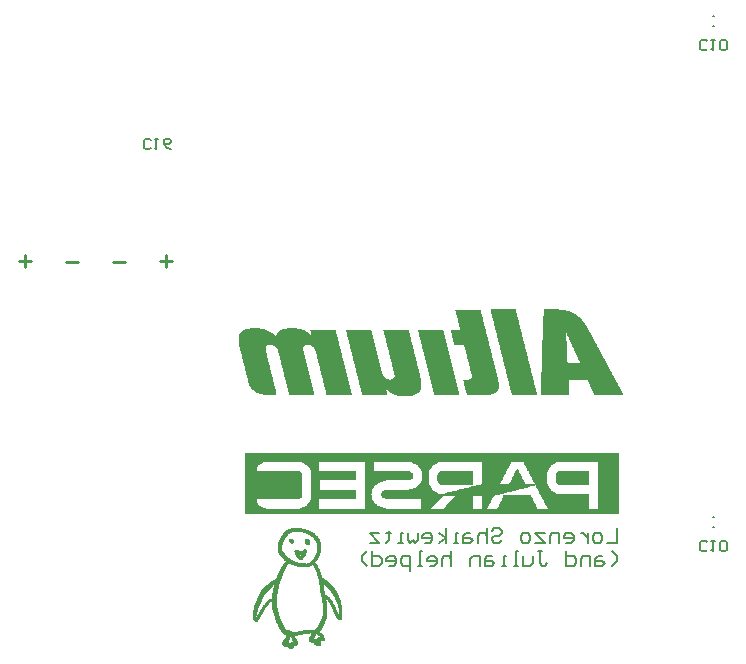
<source format=gbo>
G04*
G04 #@! TF.GenerationSoftware,Altium Limited,Altium Designer,21.3.1 (25)*
G04*
G04 Layer_Color=32896*
%FSLAX25Y25*%
%MOIN*%
G70*
G04*
G04 #@! TF.SameCoordinates,86926C0A-6BB2-4832-AFE7-C0EB4A5C3721*
G04*
G04*
G04 #@! TF.FilePolarity,Positive*
G04*
G01*
G75*
%ADD11C,0.01000*%
%ADD14C,0.00600*%
%ADD16C,0.00100*%
%ADD22C,0.00800*%
D11*
X141791Y141999D02*
X137792D01*
X139791Y143999D02*
Y140000D01*
X95019Y141999D02*
X91020D01*
X93020Y143999D02*
Y140000D01*
X110609Y141700D02*
X106611D01*
X126200D02*
X122201D01*
D14*
X322400Y223575D02*
X322600D01*
X322400Y220425D02*
X322600D01*
X322400Y56575D02*
X322600D01*
X322400Y53425D02*
X322600D01*
X134901Y179800D02*
X134301Y179201D01*
X133101D01*
X132501Y179800D01*
Y182200D01*
X133101Y182799D01*
X134301D01*
X134901Y182200D01*
X136100Y182799D02*
X137300D01*
X136700D01*
Y179201D01*
X136100Y179800D01*
X141499Y179201D02*
X140299Y179800D01*
X139099Y181000D01*
Y182200D01*
X139699Y182799D01*
X140899D01*
X141499Y182200D01*
Y181600D01*
X140899Y181000D01*
X139099D01*
X320401Y45800D02*
X319801Y45201D01*
X318601D01*
X318002Y45800D01*
Y48200D01*
X318601Y48799D01*
X319801D01*
X320401Y48200D01*
X321600Y48799D02*
X322800D01*
X322200D01*
Y45201D01*
X321600Y45800D01*
X324599D02*
X325199Y45201D01*
X326399D01*
X326998Y45800D01*
Y48200D01*
X326399Y48799D01*
X325199D01*
X324599Y48200D01*
Y45800D01*
X320401Y212800D02*
X319801Y212201D01*
X318601D01*
X318002Y212800D01*
Y215200D01*
X318601Y215799D01*
X319801D01*
X320401Y215200D01*
X321600Y215799D02*
X322800D01*
X322200D01*
Y212201D01*
X321600Y212800D01*
X324599D02*
X325199Y212201D01*
X326399D01*
X326998Y212800D01*
Y215200D01*
X326399Y215799D01*
X325199D01*
X324599Y215200D01*
Y212800D01*
D16*
X182300Y53000D02*
X182900D01*
X181500Y52900D02*
X184800D01*
X181200Y52800D02*
X185500D01*
X180900Y52700D02*
X185900D01*
X180700Y52600D02*
X186300D01*
X180500Y52500D02*
X186600D01*
X180300Y52400D02*
X186800D01*
X180100Y52300D02*
X187100D01*
X180000Y52200D02*
X187300D01*
X179800Y52100D02*
X187500D01*
X183100Y52000D02*
X187700D01*
X179700D02*
X182500D01*
X185100Y51900D02*
X187900D01*
X179600D02*
X181800D01*
X185600Y51800D02*
X188100D01*
X179500D02*
X181500D01*
X186000Y51700D02*
X188300D01*
X179400D02*
X181300D01*
X186200Y51600D02*
X188500D01*
X179300D02*
X181100D01*
X186500Y51500D02*
X188700D01*
X179300D02*
X180900D01*
X186700Y51400D02*
X188900D01*
X179200D02*
X180800D01*
X186900Y51300D02*
X189000D01*
X179100D02*
X180600D01*
X187100Y51200D02*
X189100D01*
X179000D02*
X180500D01*
X187300Y51100D02*
X189200D01*
X178900D02*
X180400D01*
X187500Y51000D02*
X189300D01*
X178800D02*
X180300D01*
X187700Y50900D02*
X189400D01*
X178800D02*
X180200D01*
X187900Y50800D02*
X189500D01*
X178700D02*
X180100D01*
X188100Y50700D02*
X189600D01*
X178600D02*
X180000D01*
X188300Y50600D02*
X189700D01*
X178500D02*
X179900D01*
X188400Y50500D02*
X189800D01*
X178500D02*
X179900D01*
X188500Y50400D02*
X189900D01*
X178400D02*
X179800D01*
X188700Y50300D02*
X190000D01*
X178300D02*
X179700D01*
X188700Y50200D02*
X190100D01*
X178300D02*
X179600D01*
X188800Y50100D02*
X190200D01*
X178200D02*
X179500D01*
X188900Y50000D02*
X190300D01*
X178200D02*
X179500D01*
X189000Y49900D02*
X190300D01*
X178100D02*
X179400D01*
X189100Y49800D02*
X190400D01*
X178100D02*
X179300D01*
X189200Y49700D02*
X190500D01*
X178000D02*
X179300D01*
X189300Y49600D02*
X190500D01*
X178000D02*
X179200D01*
X189400Y49500D02*
X190600D01*
X177900D02*
X179200D01*
X189500Y49400D02*
X190700D01*
X186600D02*
X187100D01*
X181200D02*
X181800D01*
X177900D02*
X179100D01*
X189600Y49300D02*
X190700D01*
X186500D02*
X187200D01*
X181100D02*
X181900D01*
X177800D02*
X179100D01*
X189700Y49200D02*
X190800D01*
X186400D02*
X187300D01*
X181000D02*
X182000D01*
X177800D02*
X179000D01*
X189700Y49100D02*
X190800D01*
X186300D02*
X187400D01*
X181000D02*
X182100D01*
X177700D02*
X179000D01*
X189800Y49000D02*
X190900D01*
X186300D02*
X187400D01*
X181000D02*
X182100D01*
X177700D02*
X178900D01*
X189900Y48900D02*
X190900D01*
X186200D02*
X187500D01*
X181000D02*
X182200D01*
X177700D02*
X178900D01*
X189900Y48800D02*
X190900D01*
X186200D02*
X187600D01*
X181000D02*
X182200D01*
X177600D02*
X178800D01*
X189900Y48700D02*
X191000D01*
X186200D02*
X187600D01*
X181100D02*
X182200D01*
X177600D02*
X178800D01*
X190000Y48600D02*
X191000D01*
X186100D02*
X187600D01*
X181100D02*
X182200D01*
X177500D02*
X178700D01*
X190000Y48500D02*
X191000D01*
X186100D02*
X187700D01*
X181200D02*
X182200D01*
X177500D02*
X178700D01*
X190100Y48400D02*
X191100D01*
X186200D02*
X187700D01*
X181300D02*
X182200D01*
X177500D02*
X178700D01*
X190100Y48300D02*
X191100D01*
X186200D02*
X187700D01*
X181400D02*
X182200D01*
X177400D02*
X178600D01*
X190100Y48200D02*
X191100D01*
X186200D02*
X187700D01*
X181400D02*
X182100D01*
X177400D02*
X178600D01*
X190100Y48100D02*
X191100D01*
X186300D02*
X187700D01*
X181600D02*
X182000D01*
X177400D02*
X178500D01*
X190200Y48000D02*
X191100D01*
X186300D02*
X187700D01*
X177300D02*
X178500D01*
X190200Y47900D02*
X191200D01*
X186400D02*
X187600D01*
X177300D02*
X178500D01*
X190200Y47800D02*
X191200D01*
X186500D02*
X187500D01*
X177300D02*
X178500D01*
X190200Y47700D02*
X191200D01*
X186600D02*
X187400D01*
X177300D02*
X178400D01*
X190200Y47600D02*
X191200D01*
X186900D02*
X187100D01*
X177300D02*
X178400D01*
X190200Y47500D02*
X191200D01*
X177300D02*
X178400D01*
X190300Y47400D02*
X191200D01*
X177200D02*
X178400D01*
X190300Y47300D02*
X191200D01*
X177200D02*
X178400D01*
X190300Y47200D02*
X191200D01*
X177200D02*
X178300D01*
X190300Y47100D02*
X191200D01*
X177200D02*
X178300D01*
X190300Y47000D02*
X191200D01*
X177200D02*
X178300D01*
X190300Y46900D02*
X191200D01*
X177200D02*
X178300D01*
X190300Y46800D02*
X191200D01*
X177200D02*
X178300D01*
X190300Y46700D02*
X191200D01*
X177200D02*
X178300D01*
X190300Y46600D02*
X191200D01*
X177200D02*
X178300D01*
X190300Y46500D02*
X191200D01*
X177200D02*
X178300D01*
X190300Y46400D02*
X191200D01*
X177200D02*
X178300D01*
X190300Y46300D02*
X191200D01*
X177200D02*
X178300D01*
X190300Y46200D02*
X191200D01*
X177200D02*
X178300D01*
X190300Y46100D02*
X191200D01*
X177200D02*
X178300D01*
X190300Y46000D02*
X191200D01*
X186000D02*
X186300D01*
X177200D02*
X178300D01*
X190300Y45900D02*
X191200D01*
X185900D02*
X186400D01*
X177200D02*
X178300D01*
X190300Y45800D02*
X191200D01*
X185900D02*
X186500D01*
X182900D02*
X183600D01*
X177200D02*
X178400D01*
X190300Y45700D02*
X191200D01*
X185800D02*
X186500D01*
X182900D02*
X183700D01*
X177200D02*
X178400D01*
X190200Y45600D02*
X191200D01*
X185700D02*
X186500D01*
X182800D02*
X183800D01*
X177200D02*
X178400D01*
X190200Y45500D02*
X191200D01*
X185500D02*
X186500D01*
X182800D02*
X183900D01*
X177300D02*
X178500D01*
X190200Y45400D02*
X191200D01*
X185300D02*
X186500D01*
X182700D02*
X184400D01*
X177300D02*
X178500D01*
X190200Y45300D02*
X191200D01*
X182700D02*
X186500D01*
X177300D02*
X178600D01*
X190200Y45200D02*
X191100D01*
X182700D02*
X186500D01*
X177400D02*
X178600D01*
X190100Y45100D02*
X191100D01*
X182800D02*
X186500D01*
X177400D02*
X178700D01*
X190100Y45000D02*
X191100D01*
X182800D02*
X186500D01*
X177500D02*
X178800D01*
X190100Y44900D02*
X191100D01*
X182800D02*
X186500D01*
X177500D02*
X178800D01*
X190100Y44800D02*
X191000D01*
X182900D02*
X186400D01*
X177600D02*
X178900D01*
X190000Y44700D02*
X191000D01*
X182900D02*
X186400D01*
X177600D02*
X179000D01*
X190000Y44600D02*
X191000D01*
X182900D02*
X186400D01*
X177700D02*
X179100D01*
X189900Y44500D02*
X190900D01*
X183000D02*
X186300D01*
X177700D02*
X179100D01*
X189900Y44400D02*
X190900D01*
X185100D02*
X186300D01*
X183000D02*
X184100D01*
X177800D02*
X179200D01*
X189900Y44300D02*
X190900D01*
X185100D02*
X186300D01*
X183100D02*
X184100D01*
X177900D02*
X179300D01*
X189800Y44200D02*
X190800D01*
X185000D02*
X186200D01*
X183100D02*
X184200D01*
X177900D02*
X179400D01*
X189800Y44100D02*
X190800D01*
X184900D02*
X186100D01*
X183200D02*
X184300D01*
X178000D02*
X179500D01*
X189700Y44000D02*
X190800D01*
X184900D02*
X186100D01*
X183200D02*
X184400D01*
X178100D02*
X179500D01*
X189700Y43900D02*
X190700D01*
X184800D02*
X186000D01*
X183300D02*
X184400D01*
X178200D02*
X179600D01*
X189600Y43800D02*
X190700D01*
X184800D02*
X185900D01*
X183400D02*
X184500D01*
X178200D02*
X179700D01*
X189600Y43700D02*
X190600D01*
X184700D02*
X185800D01*
X183400D02*
X184600D01*
X178300D02*
X179800D01*
X189500Y43600D02*
X190600D01*
X183500D02*
X185800D01*
X178400D02*
X179900D01*
X189400Y43500D02*
X190500D01*
X183600D02*
X185700D01*
X178500D02*
X180000D01*
X189400Y43400D02*
X190500D01*
X183700D02*
X185600D01*
X178600D02*
X180100D01*
X189300Y43300D02*
X190400D01*
X183700D02*
X185600D01*
X178600D02*
X180200D01*
X189300Y43200D02*
X190400D01*
X183800D02*
X185500D01*
X178700D02*
X180400D01*
X189200Y43100D02*
X190300D01*
X183900D02*
X185400D01*
X178800D02*
X180500D01*
X189200Y43000D02*
X190300D01*
X184000D02*
X185400D01*
X178900D02*
X180600D01*
X189100Y42900D02*
X190200D01*
X184000D02*
X185300D01*
X179000D02*
X180800D01*
X189000Y42800D02*
X190100D01*
X184200D02*
X185200D01*
X179100D02*
X181000D01*
X188900Y42700D02*
X190100D01*
X184300D02*
X185100D01*
X179200D02*
X181100D01*
X188800Y42600D02*
X190000D01*
X184500D02*
X184800D01*
X179300D02*
X181300D01*
X188800Y42500D02*
X190000D01*
X179400D02*
X181400D01*
X188700Y42400D02*
X189900D01*
X179600D02*
X181600D01*
X188600Y42300D02*
X189800D01*
X179700D02*
X181800D01*
X188500Y42200D02*
X189700D01*
X179900D02*
X181900D01*
X188400Y42100D02*
X189600D01*
X180000D02*
X182100D01*
X188300Y42000D02*
X189600D01*
X179900D02*
X182300D01*
X188200Y41900D02*
X189500D01*
X179800D02*
X182600D01*
X188100Y41800D02*
X189400D01*
X179600D02*
X182900D01*
X188000Y41700D02*
X189300D01*
X179500D02*
X183300D01*
X187900Y41600D02*
X189200D01*
X180800D02*
X183700D01*
X179500D02*
X180600D01*
X187700Y41500D02*
X189300D01*
X181000D02*
X184200D01*
X179400D02*
X180500D01*
X187500Y41400D02*
X189500D01*
X181200D02*
X184800D01*
X179300D02*
X180400D01*
X187300Y41300D02*
X189600D01*
X181300D02*
X185500D01*
X179200D02*
X180300D01*
X187000Y41200D02*
X189700D01*
X181500D02*
X186100D01*
X179200D02*
X180200D01*
X181700Y41100D02*
X189800D01*
X179100D02*
X180100D01*
X188800Y41000D02*
X189800D01*
X182000D02*
X188600D01*
X179000D02*
X180100D01*
X188800Y40900D02*
X189900D01*
X182200D02*
X188400D01*
X179000D02*
X180000D01*
X189000Y40800D02*
X190000D01*
X182600D02*
X188300D01*
X178900D02*
X179900D01*
X189000Y40700D02*
X190000D01*
X182900D02*
X188100D01*
X178800D02*
X179900D01*
X189100Y40600D02*
X190100D01*
X183300D02*
X187900D01*
X178800D02*
X179800D01*
X189200Y40500D02*
X190100D01*
X183700D02*
X187700D01*
X178700D02*
X179800D01*
X189200Y40400D02*
X190200D01*
X184500D02*
X187300D01*
X178700D02*
X179800D01*
X189300Y40300D02*
X190200D01*
X178600D02*
X179700D01*
X189300Y40200D02*
X190300D01*
X178600D02*
X179700D01*
X189400Y40100D02*
X190300D01*
X178500D02*
X179600D01*
X189400Y40000D02*
X190400D01*
X178400D02*
X179600D01*
X189500Y39900D02*
X190400D01*
X178400D02*
X179500D01*
X189500Y39800D02*
X190500D01*
X178300D02*
X179500D01*
X189600Y39700D02*
X190500D01*
X178300D02*
X179400D01*
X189600Y39600D02*
X190600D01*
X178200D02*
X179400D01*
X189600Y39500D02*
X190600D01*
X178200D02*
X179400D01*
X189700Y39400D02*
X190700D01*
X178100D02*
X179300D01*
X189700Y39300D02*
X190700D01*
X178100D02*
X179300D01*
X189800Y39200D02*
X190800D01*
X178000D02*
X179200D01*
X189800Y39100D02*
X190800D01*
X177900D02*
X179200D01*
X189900Y39000D02*
X190800D01*
X177900D02*
X179100D01*
X189900Y38900D02*
X190900D01*
X177800D02*
X179100D01*
X189900Y38800D02*
X190900D01*
X177800D02*
X179000D01*
X190000Y38700D02*
X191000D01*
X177700D02*
X179000D01*
X190000Y38600D02*
X191000D01*
X177700D02*
X178900D01*
X190100Y38500D02*
X191000D01*
X177600D02*
X178900D01*
X190100Y38400D02*
X191100D01*
X177600D02*
X178900D01*
X190100Y38300D02*
X191100D01*
X177500D02*
X178800D01*
X190200Y38200D02*
X191100D01*
X177500D02*
X178800D01*
X190200Y38100D02*
X191200D01*
X177400D02*
X178700D01*
X190200Y38000D02*
X191200D01*
X177400D02*
X178700D01*
X190300Y37900D02*
X191300D01*
X177300D02*
X178600D01*
X190300Y37800D02*
X191300D01*
X177300D02*
X178600D01*
X190300Y37700D02*
X191300D01*
X177200D02*
X178500D01*
X190400Y37600D02*
X191400D01*
X177200D02*
X178500D01*
X190400Y37500D02*
X191400D01*
X177200D02*
X178500D01*
X190400Y37400D02*
X191400D01*
X177100D02*
X178400D01*
X190500Y37300D02*
X191500D01*
X177100D02*
X178400D01*
X190500Y37200D02*
X191500D01*
X177000D02*
X178300D01*
X190500Y37100D02*
X191500D01*
X177000D02*
X178300D01*
X190600Y37000D02*
X191600D01*
X177000D02*
X178300D01*
X190600Y36900D02*
X191600D01*
X176900D02*
X178200D01*
X190600Y36800D02*
X191600D01*
X176900D02*
X178200D01*
X190600Y36700D02*
X191600D01*
X176800D02*
X178100D01*
X190700Y36600D02*
X191700D01*
X176800D02*
X178100D01*
X190700Y36500D02*
X191700D01*
X176800D02*
X178100D01*
X190700Y36400D02*
X191700D01*
X176700D02*
X178000D01*
X190800Y36300D02*
X191900D01*
X176700D02*
X178000D01*
X190800Y36200D02*
X192100D01*
X176700D02*
X178000D01*
X190800Y36100D02*
X192200D01*
X176600D02*
X177900D01*
X190800Y36000D02*
X192400D01*
X176500D02*
X177900D01*
X190800Y35900D02*
X192600D01*
X176300D02*
X177900D01*
X190800Y35800D02*
X192800D01*
X176100D02*
X177800D01*
X190800Y35700D02*
X193000D01*
X176000D02*
X177800D01*
X190900Y35600D02*
X193100D01*
X175700D02*
X177800D01*
X190900Y35500D02*
X193300D01*
X175500D02*
X177700D01*
X190900Y35400D02*
X193400D01*
X175200D02*
X177700D01*
X190900Y35300D02*
X193600D01*
X175100D02*
X177700D01*
X190900Y35200D02*
X193700D01*
X174900D02*
X177600D01*
X190900Y35100D02*
X193800D01*
X174700D02*
X177600D01*
X190900Y35000D02*
X193900D01*
X174600D02*
X177600D01*
X191000Y34900D02*
X194000D01*
X174500D02*
X177600D01*
X191000Y34800D02*
X194100D01*
X174300D02*
X177500D01*
X192100Y34700D02*
X194200D01*
X191000D02*
X192000D01*
X176200D02*
X177500D01*
X174200D02*
X176000D01*
X192200Y34600D02*
X194300D01*
X191000D02*
X192000D01*
X176200D02*
X177500D01*
X174100D02*
X175900D01*
X192300Y34500D02*
X194400D01*
X191000D02*
X192000D01*
X176100D02*
X177400D01*
X174000D02*
X175800D01*
X192400Y34400D02*
X194500D01*
X191000D02*
X192000D01*
X176100D02*
X177400D01*
X173900D02*
X175700D01*
X192600Y34300D02*
X194600D01*
X191000D02*
X192000D01*
X176100D02*
X177400D01*
X173900D02*
X175600D01*
X192700Y34200D02*
X194700D01*
X191100D02*
X192100D01*
X176100D02*
X177400D01*
X173800D02*
X175500D01*
X192800Y34100D02*
X194700D01*
X191100D02*
X192100D01*
X176000D02*
X177300D01*
X173700D02*
X175400D01*
X193000Y34000D02*
X194800D01*
X191100D02*
X192100D01*
X176000D02*
X177300D01*
X173500D02*
X175300D01*
X193100Y33900D02*
X194900D01*
X191100D02*
X192100D01*
X176000D02*
X177300D01*
X173400D02*
X175200D01*
X193200Y33800D02*
X195000D01*
X191100D02*
X192100D01*
X176000D02*
X177300D01*
X173200D02*
X175100D01*
X193300Y33700D02*
X195100D01*
X191100D02*
X192100D01*
X175900D02*
X177200D01*
X173100D02*
X175100D01*
X193400Y33600D02*
X195200D01*
X191100D02*
X192200D01*
X175900D02*
X177200D01*
X173000D02*
X175000D01*
X193500Y33500D02*
X195300D01*
X191200D02*
X192200D01*
X175900D02*
X177200D01*
X172800D02*
X174900D01*
X193600Y33400D02*
X195400D01*
X191200D02*
X192200D01*
X175900D02*
X177200D01*
X172700D02*
X174800D01*
X193700Y33300D02*
X195500D01*
X191200D02*
X192200D01*
X175800D02*
X177100D01*
X172600D02*
X174700D01*
X193800Y33200D02*
X195600D01*
X191200D02*
X192200D01*
X175800D02*
X177100D01*
X172500D02*
X174600D01*
X193900Y33100D02*
X195700D01*
X191200D02*
X192300D01*
X175800D02*
X177100D01*
X172400D02*
X174500D01*
X194000Y33000D02*
X195800D01*
X191200D02*
X192300D01*
X175800D02*
X177100D01*
X172300D02*
X174400D01*
X194100Y32900D02*
X195800D01*
X191300D02*
X192300D01*
X175700D02*
X177100D01*
X172200D02*
X174300D01*
X194200Y32800D02*
X195900D01*
X191300D02*
X192300D01*
X175700D02*
X177000D01*
X172200D02*
X174200D01*
X194300Y32700D02*
X196000D01*
X191300D02*
X192300D01*
X175700D02*
X177000D01*
X172100D02*
X174100D01*
X194400Y32600D02*
X196000D01*
X191300D02*
X192300D01*
X175700D02*
X177000D01*
X172000D02*
X173900D01*
X194500Y32500D02*
X196100D01*
X191300D02*
X192400D01*
X175700D02*
X177000D01*
X171900D02*
X173800D01*
X194500Y32400D02*
X196200D01*
X191300D02*
X192400D01*
X175600D02*
X176900D01*
X171900D02*
X173700D01*
X194600Y32300D02*
X196200D01*
X191400D02*
X192400D01*
X175600D02*
X176900D01*
X171800D02*
X173700D01*
X194700Y32200D02*
X196300D01*
X191400D02*
X192400D01*
X175600D02*
X176900D01*
X171700D02*
X173600D01*
X194800Y32100D02*
X196400D01*
X191400D02*
X192400D01*
X175600D02*
X176900D01*
X171700D02*
X173500D01*
X194800Y32000D02*
X196400D01*
X191400D02*
X192500D01*
X175600D02*
X176900D01*
X171600D02*
X173400D01*
X194900Y31900D02*
X196500D01*
X191400D02*
X192500D01*
X175500D02*
X176900D01*
X171500D02*
X173300D01*
X195000Y31800D02*
X196500D01*
X191400D02*
X192500D01*
X175500D02*
X176800D01*
X171400D02*
X173200D01*
X195100Y31700D02*
X196600D01*
X191500D02*
X192500D01*
X175500D02*
X176800D01*
X171400D02*
X173100D01*
X195200Y31600D02*
X196600D01*
X191500D02*
X192500D01*
X175500D02*
X176800D01*
X171300D02*
X173000D01*
X195200Y31500D02*
X196700D01*
X191500D02*
X192500D01*
X175500D02*
X176800D01*
X171300D02*
X172900D01*
X195300Y31400D02*
X196700D01*
X191500D02*
X192600D01*
X175400D02*
X176800D01*
X171200D02*
X172900D01*
X195400Y31300D02*
X196700D01*
X191500D02*
X192600D01*
X175400D02*
X176700D01*
X171200D02*
X172800D01*
X195400Y31200D02*
X196800D01*
X191600D02*
X192600D01*
X175400D02*
X176700D01*
X171100D02*
X172700D01*
X195500Y31100D02*
X196800D01*
X191600D02*
X192600D01*
X175400D02*
X176700D01*
X171100D02*
X172600D01*
X195500Y31000D02*
X196900D01*
X191600D02*
X192600D01*
X175400D02*
X176700D01*
X171100D02*
X172500D01*
X195600Y30900D02*
X196900D01*
X191600D02*
X192700D01*
X175300D02*
X176700D01*
X171000D02*
X172500D01*
X195700Y30800D02*
X197000D01*
X191600D02*
X192900D01*
X175300D02*
X176700D01*
X171000D02*
X172400D01*
X195700Y30700D02*
X197000D01*
X191600D02*
X193000D01*
X175300D02*
X176600D01*
X171000D02*
X172400D01*
X195800Y30600D02*
X197100D01*
X191700D02*
X193200D01*
X175300D02*
X176600D01*
X170900D02*
X172300D01*
X195800Y30500D02*
X197100D01*
X191700D02*
X193300D01*
X175300D02*
X176600D01*
X170900D02*
X172300D01*
X195900Y30400D02*
X197200D01*
X191700D02*
X193400D01*
X175300D02*
X176600D01*
X170800D02*
X172200D01*
X196000Y30300D02*
X197200D01*
X191700D02*
X193600D01*
X175300D02*
X176600D01*
X170800D02*
X172100D01*
X196000Y30200D02*
X197300D01*
X191700D02*
X193700D01*
X175300D02*
X176600D01*
X170700D02*
X172000D01*
X196100Y30100D02*
X197300D01*
X191800D02*
X193900D01*
X175300D02*
X176600D01*
X170700D02*
X172000D01*
X196100Y30000D02*
X197400D01*
X191800D02*
X194000D01*
X175200D02*
X176600D01*
X170600D02*
X172000D01*
X196200Y29900D02*
X197400D01*
X191800D02*
X194100D01*
X175200D02*
X176600D01*
X170500D02*
X171900D01*
X196200Y29800D02*
X197400D01*
X191800D02*
X194200D01*
X175200D02*
X176600D01*
X170500D02*
X171900D01*
X196300Y29700D02*
X197500D01*
X193100D02*
X194300D01*
X191800D02*
X192900D01*
X175200D02*
X176500D01*
X170500D02*
X171800D01*
X196300Y29600D02*
X197500D01*
X193200D02*
X194400D01*
X191900D02*
X192900D01*
X175200D02*
X176500D01*
X170400D02*
X171800D01*
X196300Y29500D02*
X197600D01*
X193400D02*
X194400D01*
X191900D02*
X193000D01*
X175200D02*
X176500D01*
X170400D02*
X171700D01*
X196400Y29400D02*
X197600D01*
X193500D02*
X194500D01*
X191900D02*
X193000D01*
X174900D02*
X176500D01*
X170300D02*
X171700D01*
X196400Y29300D02*
X197600D01*
X193600D02*
X194600D01*
X191900D02*
X193000D01*
X174700D02*
X176500D01*
X170300D02*
X171700D01*
X196400Y29200D02*
X197700D01*
X193700D02*
X194700D01*
X191900D02*
X193000D01*
X174400D02*
X176500D01*
X170200D02*
X171600D01*
X196500Y29100D02*
X197700D01*
X193800D02*
X194700D01*
X191900D02*
X193000D01*
X174200D02*
X176500D01*
X170200D02*
X171600D01*
X196500Y29000D02*
X197700D01*
X193900D02*
X194800D01*
X192000D02*
X193000D01*
X174000D02*
X176500D01*
X170100D02*
X171500D01*
X196600Y28900D02*
X197800D01*
X194000D02*
X194900D01*
X192000D02*
X193000D01*
X173900D02*
X176500D01*
X170100D02*
X171500D01*
X196600Y28800D02*
X197800D01*
X194000D02*
X194900D01*
X192000D02*
X193100D01*
X175200D02*
X176500D01*
X173800D02*
X175000D01*
X170000D02*
X171500D01*
X196700Y28700D02*
X197800D01*
X194100D02*
X195000D01*
X192000D02*
X193100D01*
X175200D02*
X176500D01*
X173700D02*
X174700D01*
X170000D02*
X171400D01*
X196700Y28600D02*
X197800D01*
X194200D02*
X195100D01*
X192000D02*
X193100D01*
X175200D02*
X176500D01*
X173600D02*
X174600D01*
X169900D02*
X171400D01*
X196800Y28500D02*
X197800D01*
X194200D02*
X195100D01*
X192000D02*
X193100D01*
X175200D02*
X176500D01*
X173500D02*
X174400D01*
X169900D02*
X171300D01*
X196800Y28400D02*
X197800D01*
X194300D02*
X195200D01*
X192000D02*
X193100D01*
X175200D02*
X176500D01*
X173400D02*
X174300D01*
X169900D02*
X171300D01*
X196900Y28300D02*
X197900D01*
X194400D02*
X195200D01*
X192000D02*
X193100D01*
X175200D02*
X176500D01*
X173300D02*
X174200D01*
X169800D02*
X171200D01*
X196900Y28200D02*
X197900D01*
X194400D02*
X195300D01*
X192000D02*
X193100D01*
X175200D02*
X176500D01*
X173200D02*
X174100D01*
X169800D02*
X171200D01*
X197000Y28100D02*
X197900D01*
X194500D02*
X195300D01*
X192100D02*
X193100D01*
X175200D02*
X176500D01*
X173100D02*
X174000D01*
X169800D02*
X171100D01*
X197000Y28000D02*
X197900D01*
X194500D02*
X195400D01*
X192100D02*
X193200D01*
X175200D02*
X176500D01*
X173100D02*
X173900D01*
X169700D02*
X171100D01*
X197000Y27900D02*
X197900D01*
X194600D02*
X195400D01*
X192100D02*
X193200D01*
X175200D02*
X176500D01*
X173000D02*
X173800D01*
X169700D02*
X171000D01*
X197100Y27800D02*
X198000D01*
X194600D02*
X195500D01*
X192100D02*
X193200D01*
X175200D02*
X176500D01*
X172900D02*
X173800D01*
X169600D02*
X171000D01*
X197100Y27700D02*
X198000D01*
X194700D02*
X195500D01*
X192100D02*
X193200D01*
X175200D02*
X176500D01*
X172800D02*
X173700D01*
X169600D02*
X170900D01*
X197100Y27600D02*
X198000D01*
X194700D02*
X195600D01*
X192100D02*
X193200D01*
X175200D02*
X176500D01*
X172800D02*
X173600D01*
X169600D02*
X170900D01*
X197200Y27500D02*
X198000D01*
X194800D02*
X195600D01*
X192100D02*
X193200D01*
X175200D02*
X176500D01*
X172700D02*
X173500D01*
X169500D02*
X170900D01*
X197200Y27400D02*
X198000D01*
X194800D02*
X195700D01*
X192100D02*
X193200D01*
X175200D02*
X176500D01*
X172600D02*
X173500D01*
X169500D02*
X170800D01*
X197200Y27300D02*
X198100D01*
X194900D02*
X195700D01*
X192100D02*
X193200D01*
X175200D02*
X176500D01*
X172500D02*
X173400D01*
X169500D02*
X170800D01*
X197200Y27200D02*
X198100D01*
X194900D02*
X195800D01*
X192100D02*
X193200D01*
X175200D02*
X176500D01*
X172400D02*
X173300D01*
X169400D02*
X170700D01*
X197300Y27100D02*
X198100D01*
X195000D02*
X195800D01*
X192100D02*
X193200D01*
X175200D02*
X176600D01*
X172300D02*
X173200D01*
X169400D02*
X170700D01*
X197300Y27000D02*
X198100D01*
X195000D02*
X195900D01*
X192100D02*
X193200D01*
X175200D02*
X176600D01*
X172200D02*
X173200D01*
X169400D02*
X170600D01*
X197400Y26900D02*
X198100D01*
X195100D02*
X195900D01*
X192100D02*
X193200D01*
X175200D02*
X176600D01*
X172200D02*
X173100D01*
X169300D02*
X170600D01*
X197400Y26800D02*
X198100D01*
X195100D02*
X196000D01*
X192100D02*
X193200D01*
X175200D02*
X176600D01*
X172100D02*
X173000D01*
X169300D02*
X170500D01*
X197400Y26700D02*
X198200D01*
X195200D02*
X196000D01*
X192100D02*
X193300D01*
X175300D02*
X176600D01*
X172000D02*
X172900D01*
X169300D02*
X170500D01*
X197500Y26600D02*
X198200D01*
X195200D02*
X196100D01*
X192100D02*
X193300D01*
X175300D02*
X176600D01*
X172000D02*
X172800D01*
X169300D02*
X170400D01*
X197500Y26500D02*
X198200D01*
X195300D02*
X196100D01*
X192200D02*
X193300D01*
X175300D02*
X176700D01*
X171900D02*
X172700D01*
X169200D02*
X170300D01*
X197500Y26400D02*
X198200D01*
X195300D02*
X196200D01*
X192200D02*
X193300D01*
X175300D02*
X176700D01*
X171900D02*
X172700D01*
X169200D02*
X170300D01*
X197500Y26300D02*
X198200D01*
X195400D02*
X196200D01*
X192200D02*
X193300D01*
X175300D02*
X176700D01*
X171800D02*
X172600D01*
X169100D02*
X170300D01*
X197500Y26200D02*
X198200D01*
X195400D02*
X196200D01*
X192200D02*
X193300D01*
X175400D02*
X176800D01*
X171800D02*
X172600D01*
X169100D02*
X170200D01*
X197500Y26100D02*
X198200D01*
X195500D02*
X196300D01*
X192200D02*
X193300D01*
X175400D02*
X176800D01*
X171700D02*
X172500D01*
X169100D02*
X170200D01*
X197500Y26000D02*
X198200D01*
X195500D02*
X196300D01*
X192200D02*
X193300D01*
X175400D02*
X176800D01*
X171700D02*
X172500D01*
X169100D02*
X170200D01*
X197500Y25900D02*
X198200D01*
X195600D02*
X196400D01*
X192200D02*
X193300D01*
X175400D02*
X176800D01*
X171600D02*
X172400D01*
X169100D02*
X170200D01*
X197500Y25800D02*
X198200D01*
X195600D02*
X196400D01*
X192200D02*
X193300D01*
X175500D02*
X176900D01*
X171500D02*
X172400D01*
X169100D02*
X170200D01*
X197500Y25700D02*
X198300D01*
X195600D02*
X196500D01*
X192200D02*
X193300D01*
X175500D02*
X176900D01*
X171500D02*
X172300D01*
X169100D02*
X170100D01*
X197500Y25600D02*
X198300D01*
X195700D02*
X196500D01*
X192200D02*
X193300D01*
X175500D02*
X176900D01*
X171400D02*
X172300D01*
X169000D02*
X170100D01*
X197600Y25500D02*
X198300D01*
X195700D02*
X196500D01*
X192200D02*
X193300D01*
X175600D02*
X176900D01*
X171300D02*
X172200D01*
X169000D02*
X170100D01*
X197600Y25400D02*
X198300D01*
X195800D02*
X196600D01*
X192200D02*
X193300D01*
X175600D02*
X177000D01*
X171300D02*
X172200D01*
X169000D02*
X170100D01*
X197600Y25300D02*
X198300D01*
X195800D02*
X196600D01*
X192200D02*
X193300D01*
X175600D02*
X177000D01*
X171200D02*
X172100D01*
X169000D02*
X170100D01*
X197600Y25200D02*
X198300D01*
X195800D02*
X196700D01*
X192200D02*
X193400D01*
X175600D02*
X177000D01*
X171200D02*
X172100D01*
X169000D02*
X170000D01*
X197600Y25100D02*
X198300D01*
X195900D02*
X196700D01*
X192200D02*
X193400D01*
X175700D02*
X177100D01*
X171100D02*
X172000D01*
X169000D02*
X170000D01*
X197600Y25000D02*
X198300D01*
X195900D02*
X196700D01*
X192200D02*
X193400D01*
X175700D02*
X177100D01*
X171000D02*
X171900D01*
X168900D02*
X170000D01*
X197600Y24900D02*
X198300D01*
X196000D02*
X196800D01*
X192200D02*
X193400D01*
X175700D02*
X177100D01*
X171000D02*
X171900D01*
X168900D02*
X170000D01*
X197600Y24800D02*
X198300D01*
X196000D02*
X196800D01*
X192200D02*
X193400D01*
X175800D02*
X177100D01*
X170900D02*
X171800D01*
X168900D02*
X170000D01*
X197600Y24700D02*
X198300D01*
X196100D02*
X196900D01*
X192200D02*
X193300D01*
X175800D02*
X177200D01*
X170800D02*
X171800D01*
X168900D02*
X169900D01*
X197600Y24600D02*
X198300D01*
X196100D02*
X196900D01*
X192200D02*
X193300D01*
X175800D02*
X177200D01*
X170800D02*
X171700D01*
X168900D02*
X169900D01*
X197600Y24500D02*
X198300D01*
X196100D02*
X196900D01*
X192200D02*
X193300D01*
X175800D02*
X177200D01*
X170700D02*
X171600D01*
X168900D02*
X169900D01*
X197600Y24400D02*
X198300D01*
X196200D02*
X197000D01*
X192200D02*
X193300D01*
X175900D02*
X177300D01*
X170600D02*
X171600D01*
X168900D02*
X169900D01*
X197600Y24300D02*
X198300D01*
X196200D02*
X197000D01*
X192200D02*
X193300D01*
X175900D02*
X177300D01*
X170600D02*
X171500D01*
X168900D02*
X169900D01*
X197600Y24200D02*
X198300D01*
X196300D02*
X197100D01*
X192200D02*
X193300D01*
X175900D02*
X177300D01*
X170500D02*
X171400D01*
X168900D02*
X169800D01*
X197600Y24100D02*
X198300D01*
X196300D02*
X197100D01*
X192200D02*
X193300D01*
X176000D02*
X177400D01*
X170400D02*
X171400D01*
X168900D02*
X169800D01*
X197600Y24000D02*
X198300D01*
X196400D02*
X197200D01*
X192100D02*
X193300D01*
X176000D02*
X177400D01*
X170400D02*
X171300D01*
X168900D02*
X169800D01*
X197600Y23900D02*
X198300D01*
X196400D02*
X197200D01*
X192100D02*
X193300D01*
X176000D02*
X177400D01*
X170300D02*
X171200D01*
X168900D02*
X169700D01*
X197600Y23800D02*
X198300D01*
X196500D02*
X197300D01*
X192100D02*
X193300D01*
X176100D02*
X177400D01*
X170200D02*
X171200D01*
X168900D02*
X169700D01*
X197600Y23700D02*
X198300D01*
X196500D02*
X197300D01*
X192100D02*
X193200D01*
X176100D02*
X177500D01*
X170200D02*
X171100D01*
X168900D02*
X169700D01*
X197600Y23600D02*
X198300D01*
X196600D02*
X197400D01*
X192000D02*
X193200D01*
X176100D02*
X177500D01*
X170100D02*
X171000D01*
X168900D02*
X169600D01*
X197600Y23500D02*
X198300D01*
X196600D02*
X197400D01*
X192000D02*
X193200D01*
X176100D02*
X177500D01*
X170100D02*
X171000D01*
X168900D02*
X169600D01*
X197600Y23400D02*
X198300D01*
X196700D02*
X197500D01*
X192000D02*
X193200D01*
X176200D02*
X177600D01*
X170000D02*
X170900D01*
X168900D02*
X169600D01*
X196700Y23300D02*
X198300D01*
X192000D02*
X193200D01*
X176200D02*
X177600D01*
X170000D02*
X170900D01*
X168900D02*
X169600D01*
X196800Y23200D02*
X198200D01*
X191900D02*
X193100D01*
X176200D02*
X177600D01*
X169900D02*
X170800D01*
X168900D02*
X169600D01*
X196900Y23100D02*
X198200D01*
X191900D02*
X193100D01*
X176300D02*
X177700D01*
X169800D02*
X170800D01*
X168900D02*
X169700D01*
X196900Y23000D02*
X198200D01*
X191800D02*
X193100D01*
X176300D02*
X177700D01*
X169800D02*
X170700D01*
X168900D02*
X169700D01*
X197000Y22900D02*
X198100D01*
X191800D02*
X193000D01*
X176300D02*
X177700D01*
X168900D02*
X170600D01*
X197100Y22800D02*
X198100D01*
X191800D02*
X193000D01*
X176400D02*
X177800D01*
X168900D02*
X170600D01*
X197300Y22700D02*
X197900D01*
X191700D02*
X193000D01*
X176400D02*
X177800D01*
X168900D02*
X170500D01*
X191700Y22600D02*
X192900D01*
X176400D02*
X177800D01*
X169000D02*
X170500D01*
X191600Y22500D02*
X192900D01*
X176500D02*
X177900D01*
X169100D02*
X170400D01*
X191600Y22400D02*
X192900D01*
X176500D02*
X177900D01*
X169200D02*
X170300D01*
X191600Y22300D02*
X192800D01*
X176500D02*
X177900D01*
X169300D02*
X170300D01*
X191500Y22200D02*
X192800D01*
X176600D02*
X178000D01*
X169300D02*
X170200D01*
X191500Y22100D02*
X192700D01*
X176600D02*
X178000D01*
X169500D02*
X170100D01*
X191400Y22000D02*
X192700D01*
X176700D02*
X178100D01*
X191400Y21900D02*
X192700D01*
X176700D02*
X178100D01*
X191300Y21800D02*
X192600D01*
X176700D02*
X178200D01*
X191300Y21700D02*
X192600D01*
X176800D02*
X178200D01*
X191200Y21600D02*
X192500D01*
X176800D02*
X178300D01*
X191200Y21500D02*
X192500D01*
X176900D02*
X178300D01*
X191100Y21400D02*
X192400D01*
X176900D02*
X178400D01*
X191100Y21300D02*
X192400D01*
X177000D02*
X178400D01*
X191000Y21200D02*
X192400D01*
X177000D02*
X178500D01*
X191000Y21100D02*
X192300D01*
X177100D02*
X178500D01*
X190900Y21000D02*
X192300D01*
X177100D02*
X178600D01*
X190900Y20900D02*
X192200D01*
X177200D02*
X178600D01*
X190800Y20800D02*
X192200D01*
X177200D02*
X178700D01*
X190700Y20700D02*
X192100D01*
X177300D02*
X178700D01*
X190700Y20600D02*
X192100D01*
X177300D02*
X178800D01*
X190600Y20500D02*
X192000D01*
X177300D02*
X178800D01*
X190600Y20400D02*
X191900D01*
X177400D02*
X178900D01*
X190500Y20300D02*
X191900D01*
X177400D02*
X178900D01*
X190500Y20200D02*
X191800D01*
X177500D02*
X179000D01*
X190400Y20100D02*
X191800D01*
X177500D02*
X179000D01*
X190400Y20000D02*
X191700D01*
X177600D02*
X179100D01*
X190300Y19900D02*
X191700D01*
X177600D02*
X179100D01*
X190200Y19800D02*
X191600D01*
X177700D02*
X179200D01*
X190100Y19700D02*
X191600D01*
X177700D02*
X179300D01*
X190000Y19600D02*
X191500D01*
X177800D02*
X179300D01*
X189900Y19500D02*
X191500D01*
X177900D02*
X179400D01*
X189900Y19400D02*
X191400D01*
X177900D02*
X179500D01*
X189700Y19300D02*
X191400D01*
X178000D02*
X179600D01*
X189600Y19200D02*
X191300D01*
X178000D02*
X179600D01*
X189500Y19100D02*
X191200D01*
X178100D02*
X179700D01*
X189300Y19000D02*
X191100D01*
X186300D02*
X187700D01*
X178200D02*
X179800D01*
X185600Y18900D02*
X191100D01*
X180200D02*
X180900D01*
X178200D02*
X179900D01*
X185100Y18800D02*
X191000D01*
X178300D02*
X181100D01*
X184600Y18700D02*
X190900D01*
X178400D02*
X181300D01*
X184000Y18600D02*
X190800D01*
X178500D02*
X181600D01*
X183800Y18500D02*
X190700D01*
X178600D02*
X182100D01*
X178600Y18400D02*
X190700D01*
X189400Y18300D02*
X190900D01*
X178700D02*
X189300D01*
X189400Y18200D02*
X191000D01*
X178800D02*
X189200D01*
X189400Y18100D02*
X191200D01*
X188200D02*
X189200D01*
X178900D02*
X187700D01*
X189700Y18000D02*
X191400D01*
X188200D02*
X189300D01*
X179000D02*
X186100D01*
X190000Y17900D02*
X191500D01*
X188300D02*
X189400D01*
X179200D02*
X185600D01*
X190200Y17800D02*
X191600D01*
X188400D02*
X189400D01*
X179300D02*
X185200D01*
X190300Y17700D02*
X191700D01*
X188400D02*
X189400D01*
X181200D02*
X184400D01*
X179500D02*
X181100D01*
X190400Y17600D02*
X191800D01*
X188500D02*
X189500D01*
X181500D02*
X184200D01*
X179900D02*
X181100D01*
X190600Y17500D02*
X191800D01*
X188600D02*
X189500D01*
X182900D02*
X183600D01*
X181500D02*
X182300D01*
X180000D02*
X181100D01*
X190700Y17400D02*
X191900D01*
X188500D02*
X189500D01*
X181600D02*
X182400D01*
X180000D02*
X181100D01*
X190900Y17300D02*
X192000D01*
X188400D02*
X189500D01*
X181600D02*
X182400D01*
X180000D02*
X181100D01*
X191000Y17200D02*
X192100D01*
X188300D02*
X189400D01*
X181700D02*
X182500D01*
X180000D02*
X181100D01*
X191100Y17100D02*
X192100D01*
X188300D02*
X189400D01*
X181700D02*
X182500D01*
X180000D02*
X181100D01*
X191200Y17000D02*
X192200D01*
X188100D02*
X189400D01*
X181700D02*
X182500D01*
X180000D02*
X181000D01*
X191300Y16900D02*
X192200D01*
X188000D02*
X189300D01*
X181700D02*
X182600D01*
X180000D02*
X181000D01*
X191300Y16800D02*
X192300D01*
X187900D02*
X189200D01*
X181700D02*
X182600D01*
X180000D02*
X181000D01*
X191400Y16700D02*
X192400D01*
X187800D02*
X189200D01*
X181800D02*
X182600D01*
X180000D02*
X181000D01*
X191500Y16600D02*
X192400D01*
X190700D02*
X191100D01*
X187700D02*
X189100D01*
X181800D02*
X182600D01*
X180000D02*
X181000D01*
X191500Y16500D02*
X192500D01*
X190600D02*
X191400D01*
X187700D02*
X189000D01*
X181800D02*
X182600D01*
X180000D02*
X181000D01*
X190400Y16400D02*
X192500D01*
X187600D02*
X188900D01*
X181800D02*
X182700D01*
X179900D02*
X181000D01*
X190400Y16300D02*
X192600D01*
X187600D02*
X188700D01*
X181800D02*
X182700D01*
X179800D02*
X181000D01*
X190400Y16200D02*
X192600D01*
X187500D02*
X188600D01*
X181800D02*
X182900D01*
X179700D02*
X180900D01*
X190400Y16100D02*
X192600D01*
X189200D02*
X189600D01*
X187500D02*
X188500D01*
X181800D02*
X183000D01*
X179600D02*
X180900D01*
X190400Y16000D02*
X192600D01*
X189100D02*
X189800D01*
X187500D02*
X188400D01*
X181900D02*
X183100D01*
X179500D02*
X180900D01*
X190400Y15900D02*
X192600D01*
X189000D02*
X189800D01*
X187500D02*
X188500D01*
X181900D02*
X183200D01*
X179300D02*
X180800D01*
X190400Y15800D02*
X192500D01*
X189000D02*
X189900D01*
X187500D02*
X188600D01*
X182000D02*
X183300D01*
X179200D02*
X180700D01*
X190400Y15700D02*
X192400D01*
X187600D02*
X189900D01*
X182000D02*
X183400D01*
X179100D02*
X180700D01*
X190400Y15600D02*
X192300D01*
X187600D02*
X189900D01*
X182200D02*
X183400D01*
X179000D02*
X180600D01*
X190400Y15500D02*
X191200D01*
X187600D02*
X189900D01*
X182400D02*
X183500D01*
X179000D02*
X180500D01*
X190400Y15400D02*
X191200D01*
X187700D02*
X190000D01*
X182500D02*
X183500D01*
X178900D02*
X180400D01*
X190400Y15300D02*
X191200D01*
X187800D02*
X190000D01*
X182600D02*
X183600D01*
X178800D02*
X180300D01*
X190400Y15200D02*
X191200D01*
X187900D02*
X190000D01*
X182600D02*
X183600D01*
X178800D02*
X180100D01*
X190400Y15100D02*
X191200D01*
X188100D02*
X190100D01*
X182700D02*
X183700D01*
X181900D02*
X182600D01*
X178800D02*
X180000D01*
X190400Y15000D02*
X191200D01*
X188400D02*
X190100D01*
X181700D02*
X183700D01*
X178700D02*
X179900D01*
X190400Y14900D02*
X191200D01*
X189300D02*
X190200D01*
X181600D02*
X183700D01*
X180400D02*
X180700D01*
X178700D02*
X179800D01*
X189300Y14800D02*
X191200D01*
X181600D02*
X183700D01*
X180100D02*
X181000D01*
X178700D02*
X179700D01*
X189300Y14700D02*
X191200D01*
X181600D02*
X183700D01*
X179900D02*
X181100D01*
X178700D02*
X179600D01*
X189400Y14600D02*
X191200D01*
X181500D02*
X183700D01*
X179800D02*
X181200D01*
X178700D02*
X179700D01*
X189400Y14500D02*
X191200D01*
X181500D02*
X183700D01*
X178700D02*
X181300D01*
X189500Y14400D02*
X191200D01*
X181500D02*
X183600D01*
X178800D02*
X181300D01*
X189600Y14300D02*
X191200D01*
X181500D02*
X183500D01*
X178800D02*
X181400D01*
X189700Y14200D02*
X191100D01*
X181500D02*
X183300D01*
X178800D02*
X181400D01*
X189900Y14100D02*
X191100D01*
X182600D02*
X183100D01*
X178900D02*
X182400D01*
X190100Y14000D02*
X190900D01*
X179000D02*
X182400D01*
X180500Y13900D02*
X182300D01*
X179100D02*
X180400D01*
X180500Y13800D02*
X182300D01*
X179200D02*
X180200D01*
X180600Y13700D02*
X182200D01*
X179500D02*
X180000D01*
X180600Y13600D02*
X182200D01*
X180700Y13500D02*
X182200D01*
X180700Y13400D02*
X182100D01*
X180800Y13300D02*
X182000D01*
X180800Y13200D02*
X181900D01*
X180900Y13100D02*
X181800D01*
X181000Y13000D02*
X181700D01*
X274100Y116800D02*
X281700D01*
X274100Y116700D02*
X281700D01*
X274200Y116600D02*
X281800D01*
X274200Y116500D02*
X281800D01*
X274200Y116400D02*
X281900D01*
X274300Y116300D02*
X281900D01*
X242200Y97600D02*
X246600D01*
X218100Y97300D02*
X220900D01*
X180200Y119600D02*
X183400D01*
X179600Y119500D02*
X184000D01*
X179200Y119400D02*
X184400D01*
X178900Y119300D02*
X184700D01*
X178600Y119200D02*
X185000D01*
X178400Y119100D02*
X185300D01*
X178200Y119000D02*
X185500D01*
X170200Y98400D02*
X176300D01*
X170400Y98300D02*
X176300D01*
X170600Y98200D02*
X176300D01*
X170900Y98100D02*
X176400D01*
X171200Y98000D02*
X176400D01*
X171600Y97900D02*
X176400D01*
X172200Y97800D02*
X176400D01*
X282100Y98900D02*
X291300D01*
X282200Y98800D02*
X291300D01*
X282200Y98700D02*
X291400D01*
X282300Y98600D02*
X291500D01*
X282300Y98500D02*
X291500D01*
X282300Y98400D02*
X291600D01*
X282400Y98300D02*
X291600D01*
X282400Y98200D02*
X291700D01*
X282500Y98100D02*
X291700D01*
X282500Y98000D02*
X291800D01*
X282600Y97900D02*
X291800D01*
X282600Y97800D02*
X291900D01*
X280500Y102600D02*
X289300D01*
X280500Y102500D02*
X289400D01*
X280600Y102400D02*
X289400D01*
X280600Y102300D02*
X289500D01*
X280700Y102200D02*
X289500D01*
X280700Y102100D02*
X289600D01*
X280800Y102000D02*
X289600D01*
X280800Y101900D02*
X289700D01*
X280800Y101800D02*
X289700D01*
X280900Y101700D02*
X289800D01*
X280900Y101600D02*
X289800D01*
X281000Y101500D02*
X289900D01*
X281000Y101400D02*
X289900D01*
X281100Y101300D02*
X290000D01*
X281100Y101200D02*
X290100D01*
X281200Y101100D02*
X290100D01*
X281200Y101000D02*
X290200D01*
X281200Y100900D02*
X290200D01*
X281300Y100800D02*
X290300D01*
X281300Y100700D02*
X290300D01*
X281400Y100600D02*
X290400D01*
X281400Y100500D02*
X290400D01*
X281500Y100400D02*
X290500D01*
X281500Y100300D02*
X290500D01*
X281600Y100200D02*
X290600D01*
X281600Y100100D02*
X290600D01*
X281600Y100000D02*
X290700D01*
X281700Y99900D02*
X290800D01*
X281700Y99800D02*
X290800D01*
X281800Y99700D02*
X290900D01*
X281800Y99600D02*
X290900D01*
X281900Y99500D02*
X291000D01*
X281900Y99400D02*
X291000D01*
X281900Y99300D02*
X291100D01*
X282000Y99200D02*
X291100D01*
X282000Y99100D02*
X291200D01*
X274900Y114900D02*
X282700D01*
X275000Y114800D02*
X282800D01*
X275000Y114700D02*
X282800D01*
X275100Y114600D02*
X282900D01*
X275100Y114500D02*
X282900D01*
X275200Y114400D02*
X283000D01*
X275200Y114300D02*
X283000D01*
X275300Y114200D02*
X283100D01*
X275300Y114100D02*
X283100D01*
X275300Y114000D02*
X283200D01*
X275400Y113900D02*
X283200D01*
X275400Y113800D02*
X283300D01*
X275500Y113700D02*
X283300D01*
X275500Y113600D02*
X283400D01*
X275600Y113500D02*
X283500D01*
X275600Y113400D02*
X283500D01*
X275700Y113300D02*
X283600D01*
X275700Y113200D02*
X283600D01*
X275800Y113100D02*
X283700D01*
X275800Y113000D02*
X283700D01*
X275900Y112900D02*
X283800D01*
X275900Y112800D02*
X283800D01*
X276000Y112700D02*
X283900D01*
X276000Y112600D02*
X283900D01*
X276000Y112500D02*
X284000D01*
X276100Y112400D02*
X284000D01*
X276100Y112300D02*
X284100D01*
X276200Y112200D02*
X284200D01*
X276200Y112100D02*
X284200D01*
X276300Y112000D02*
X284300D01*
X276300Y111900D02*
X284300D01*
X276400Y111800D02*
X284400D01*
X276400Y111700D02*
X284400D01*
X276500Y111600D02*
X284500D01*
X276500Y111500D02*
X284500D01*
X276600Y111400D02*
X284600D01*
X276600Y111300D02*
X284600D01*
X276600Y111200D02*
X284700D01*
X276700Y111100D02*
X284700D01*
X276700Y111000D02*
X284800D01*
X276800Y110900D02*
X284800D01*
X276800Y110800D02*
X284900D01*
X276900Y110700D02*
X285000D01*
X276900Y110600D02*
X285000D01*
X277000Y110500D02*
X285100D01*
X277000Y110400D02*
X285100D01*
X277100Y110300D02*
X285200D01*
X277100Y110200D02*
X285200D01*
X277200Y110100D02*
X285300D01*
X277200Y110000D02*
X285300D01*
X277200Y109900D02*
X285400D01*
X277300Y109800D02*
X285400D01*
X277300Y109700D02*
X285500D01*
X277400Y109600D02*
X285500D01*
X277400Y109500D02*
X285600D01*
X277500Y109400D02*
X285700D01*
X277500Y109300D02*
X285700D01*
X277600Y109200D02*
X285800D01*
X277600Y109100D02*
X285800D01*
X277700Y109000D02*
X285900D01*
X277700Y108900D02*
X285900D01*
X277800Y108800D02*
X286000D01*
X277800Y108700D02*
X286000D01*
X277800Y108600D02*
X286100D01*
X277900Y108500D02*
X286100D01*
X277900Y108400D02*
X286200D01*
X278000Y108300D02*
X286200D01*
X278000Y108200D02*
X286300D01*
X272900Y119400D02*
X280300D01*
X272900Y119300D02*
X280300D01*
X272900Y119200D02*
X280400D01*
X273000Y119100D02*
X280400D01*
X273000Y119000D02*
X280500D01*
X273100Y118900D02*
X280500D01*
X273100Y118800D02*
X280600D01*
X273200Y118700D02*
X280700D01*
X273200Y118600D02*
X280700D01*
X273300Y118500D02*
X280800D01*
X273300Y118400D02*
X280800D01*
X273400Y118300D02*
X280900D01*
X273400Y118200D02*
X280900D01*
X273500Y118100D02*
X281000D01*
X273500Y118000D02*
X281000D01*
X273500Y117900D02*
X281100D01*
X273600Y117800D02*
X281100D01*
X273600Y117700D02*
X281200D01*
X273700Y117600D02*
X281200D01*
X273700Y117500D02*
X281300D01*
X273800Y117400D02*
X281400D01*
X273800Y117300D02*
X281400D01*
X273900Y117200D02*
X281500D01*
X273900Y117100D02*
X281500D01*
X274000Y117000D02*
X281600D01*
X274000Y116900D02*
X281600D01*
X274300Y116200D02*
X282000D01*
X274400Y116100D02*
X282100D01*
X274400Y116000D02*
X282100D01*
X274500Y115900D02*
X282200D01*
X274500Y115800D02*
X282200D01*
X274600Y115700D02*
X282300D01*
X274600Y115600D02*
X282300D01*
X274700Y115500D02*
X282400D01*
X274700Y115400D02*
X282400D01*
X274800Y115300D02*
X282500D01*
X274800Y115200D02*
X282500D01*
X274800Y115100D02*
X282600D01*
X254900Y98900D02*
X262900D01*
X239900D02*
X250100D01*
X254900Y98800D02*
X263000D01*
X239900D02*
X250000D01*
X254900Y98700D02*
X263000D01*
X239900D02*
X249900D01*
X255000Y98600D02*
X263000D01*
X239900D02*
X249800D01*
X255000Y98500D02*
X263000D01*
X240000D02*
X249700D01*
X255000Y98400D02*
X263100D01*
X240000D02*
X249500D01*
X255000Y98300D02*
X263100D01*
X240000D02*
X249400D01*
X255100Y98200D02*
X263100D01*
X240000D02*
X249200D01*
X255100Y98100D02*
X263100D01*
X240100D02*
X249000D01*
X255100Y98000D02*
X263200D01*
X240100D02*
X248700D01*
X255100Y97900D02*
X263200D01*
X240100D02*
X248400D01*
X255200Y97800D02*
X263200D01*
X240100D02*
X248000D01*
X240600Y97700D02*
X247400D01*
X252900Y106900D02*
X260900D01*
X241200D02*
X249200D01*
X252900Y106800D02*
X261000D01*
X241200D02*
X249200D01*
X252900Y106700D02*
X261000D01*
X241200D02*
X249300D01*
X253000Y106600D02*
X261000D01*
X241200D02*
X249300D01*
X253000Y106500D02*
X261000D01*
X241300D02*
X249300D01*
X253000Y106400D02*
X261100D01*
X241300D02*
X249300D01*
X253000Y106300D02*
X261100D01*
X241300D02*
X249400D01*
X253100Y106200D02*
X261100D01*
X241300D02*
X249400D01*
X253100Y106100D02*
X261100D01*
X241400D02*
X249400D01*
X253100Y106000D02*
X261200D01*
X241400D02*
X249400D01*
X253100Y105900D02*
X261200D01*
X241400D02*
X249500D01*
X253200Y105800D02*
X261200D01*
X241400D02*
X249500D01*
X253200Y105700D02*
X261200D01*
X241500D02*
X249500D01*
X253200Y105600D02*
X261300D01*
X241500D02*
X249500D01*
X253200Y105500D02*
X261300D01*
X241500D02*
X249600D01*
X253300Y105400D02*
X261300D01*
X241500D02*
X249600D01*
X253300Y105300D02*
X261300D01*
X241600D02*
X249600D01*
X253300Y105200D02*
X261400D01*
X241600D02*
X249600D01*
X253300Y105100D02*
X261400D01*
X241600D02*
X249700D01*
X253400Y105000D02*
X261400D01*
X241600D02*
X249700D01*
X253400Y104900D02*
X261400D01*
X241700D02*
X249700D01*
X253400Y104800D02*
X261500D01*
X241700D02*
X249700D01*
X253400Y104700D02*
X261500D01*
X241700D02*
X249800D01*
X253500Y104600D02*
X261500D01*
X241700D02*
X249800D01*
X253500Y104500D02*
X261500D01*
X241800D02*
X249800D01*
X253500Y104400D02*
X261600D01*
X241800D02*
X249800D01*
X253500Y104300D02*
X261600D01*
X241800D02*
X249900D01*
X253600Y104200D02*
X261600D01*
X241800D02*
X249900D01*
X253600Y104100D02*
X261600D01*
X241900D02*
X249900D01*
X253600Y104000D02*
X261700D01*
X241900D02*
X249900D01*
X253600Y103900D02*
X261700D01*
X241900D02*
X250000D01*
X253700Y103800D02*
X261700D01*
X241900D02*
X250000D01*
X253700Y103700D02*
X261700D01*
X241900D02*
X250000D01*
X253700Y103600D02*
X261800D01*
X241900D02*
X250000D01*
X253700Y103500D02*
X261800D01*
X241900D02*
X250100D01*
X253800Y103400D02*
X261800D01*
X241900D02*
X250100D01*
X253800Y103300D02*
X261800D01*
X241900D02*
X250100D01*
X253800Y103200D02*
X261900D01*
X241800D02*
X250100D01*
X253800Y103100D02*
X261900D01*
X241800D02*
X250200D01*
X253900Y103000D02*
X261900D01*
X241700D02*
X250200D01*
X253900Y102900D02*
X261900D01*
X241600D02*
X250200D01*
X253900Y102800D02*
X262000D01*
X241500D02*
X250200D01*
X253900Y102700D02*
X262000D01*
X241300D02*
X250300D01*
X254000Y102600D02*
X262000D01*
X240900D02*
X250300D01*
X254000Y102500D02*
X262000D01*
X239000D02*
X250300D01*
X254000Y102400D02*
X262100D01*
X239000D02*
X250300D01*
X254000Y102300D02*
X262100D01*
X239000D02*
X250400D01*
X254100Y102200D02*
X262100D01*
X239000D02*
X250400D01*
X254100Y102100D02*
X262100D01*
X239100D02*
X250400D01*
X254100Y102000D02*
X262200D01*
X239100D02*
X250400D01*
X254100Y101900D02*
X262200D01*
X239100D02*
X250400D01*
X254200Y101800D02*
X262200D01*
X239100D02*
X250400D01*
X254200Y101700D02*
X262200D01*
X239200D02*
X250500D01*
X254200Y101600D02*
X262300D01*
X239200D02*
X250500D01*
X254200Y101500D02*
X262300D01*
X239200D02*
X250500D01*
X254300Y101400D02*
X262300D01*
X239200D02*
X250500D01*
X254300Y101300D02*
X262300D01*
X239300D02*
X250500D01*
X254300Y101200D02*
X262400D01*
X239300D02*
X250500D01*
X254300Y101100D02*
X262400D01*
X239300D02*
X250500D01*
X254400Y101000D02*
X262400D01*
X239300D02*
X250500D01*
X254400Y100900D02*
X262400D01*
X239400D02*
X250500D01*
X254400Y100800D02*
X262500D01*
X239400D02*
X250500D01*
X254400Y100700D02*
X262500D01*
X239400D02*
X250500D01*
X254500Y100600D02*
X262500D01*
X239400D02*
X250500D01*
X254500Y100500D02*
X262500D01*
X239500D02*
X250500D01*
X254500Y100400D02*
X262600D01*
X239500D02*
X250500D01*
X254500Y100300D02*
X262600D01*
X239500D02*
X250500D01*
X254600Y100200D02*
X262600D01*
X239500D02*
X250500D01*
X254600Y100100D02*
X262600D01*
X239600D02*
X250500D01*
X254600Y100000D02*
X262700D01*
X239600D02*
X250500D01*
X254600Y99900D02*
X262700D01*
X239600D02*
X250500D01*
X254700Y99800D02*
X262700D01*
X239600D02*
X250500D01*
X254700Y99700D02*
X262700D01*
X239700D02*
X250400D01*
X254700Y99600D02*
X262800D01*
X239700D02*
X250400D01*
X254700Y99500D02*
X262800D01*
X239700D02*
X250400D01*
X254800Y99400D02*
X262800D01*
X239700D02*
X250300D01*
X254800Y99300D02*
X262800D01*
X239800D02*
X250300D01*
X254800Y99200D02*
X262900D01*
X239800D02*
X250300D01*
X254800Y99100D02*
X262900D01*
X239800D02*
X250200D01*
X250900Y114900D02*
X258900D01*
X250900Y114800D02*
X258900D01*
X250900Y114700D02*
X259000D01*
X250900Y114600D02*
X259000D01*
X251000Y114500D02*
X259000D01*
X251000Y114400D02*
X259000D01*
X251000Y114300D02*
X259100D01*
X251000Y114200D02*
X259100D01*
X239300D02*
X247400D01*
X251100Y114100D02*
X259100D01*
X239400D02*
X247400D01*
X251100Y114000D02*
X259100D01*
X239400D02*
X247400D01*
X251100Y113900D02*
X259200D01*
X239400D02*
X247400D01*
X251100Y113800D02*
X259200D01*
X239400D02*
X247500D01*
X251200Y113700D02*
X259200D01*
X239500D02*
X247500D01*
X251200Y113600D02*
X259200D01*
X239500D02*
X247500D01*
X251200Y113500D02*
X259300D01*
X239500D02*
X247500D01*
X251200Y113400D02*
X259300D01*
X239500D02*
X247600D01*
X251300Y113300D02*
X259300D01*
X239600D02*
X247600D01*
X251300Y113200D02*
X259300D01*
X239600D02*
X247600D01*
X251300Y113100D02*
X259400D01*
X239600D02*
X247600D01*
X251300Y113000D02*
X259400D01*
X239600D02*
X247700D01*
X251400Y112900D02*
X259400D01*
X239700D02*
X247700D01*
X251400Y112800D02*
X259500D01*
X239700D02*
X247700D01*
X251400Y112700D02*
X259500D01*
X239700D02*
X247700D01*
X251400Y112600D02*
X259500D01*
X239700D02*
X247800D01*
X251500Y112500D02*
X259500D01*
X239800D02*
X247800D01*
X251500Y112400D02*
X259500D01*
X239800D02*
X247800D01*
X251500Y112300D02*
X259600D01*
X239800D02*
X247800D01*
X251500Y112200D02*
X259600D01*
X239800D02*
X247900D01*
X251600Y112100D02*
X259600D01*
X239900D02*
X247900D01*
X251600Y112000D02*
X259700D01*
X239900D02*
X247900D01*
X251600Y111900D02*
X259700D01*
X239900D02*
X247900D01*
X251600Y111800D02*
X259700D01*
X239900D02*
X248000D01*
X251700Y111700D02*
X259700D01*
X240000D02*
X248000D01*
X251700Y111600D02*
X259800D01*
X240000D02*
X248000D01*
X251700Y111500D02*
X259800D01*
X240000D02*
X248000D01*
X251700Y111400D02*
X259800D01*
X240000D02*
X248100D01*
X251800Y111300D02*
X259800D01*
X240100D02*
X248100D01*
X251800Y111200D02*
X259900D01*
X240100D02*
X248100D01*
X251800Y111100D02*
X259900D01*
X240100D02*
X248100D01*
X251800Y111000D02*
X259900D01*
X240100D02*
X248200D01*
X251900Y110900D02*
X259900D01*
X240200D02*
X248200D01*
X251900Y110800D02*
X260000D01*
X240200D02*
X248200D01*
X251900Y110700D02*
X260000D01*
X240200D02*
X248200D01*
X252000Y110600D02*
X260000D01*
X240200D02*
X248300D01*
X252000Y110500D02*
X260000D01*
X240300D02*
X248300D01*
X252000Y110400D02*
X260100D01*
X240300D02*
X248300D01*
X252000Y110300D02*
X260100D01*
X240300D02*
X248300D01*
X252100Y110200D02*
X260100D01*
X240300D02*
X248400D01*
X252100Y110100D02*
X260100D01*
X240400D02*
X248400D01*
X252100Y110000D02*
X260200D01*
X240400D02*
X248400D01*
X252100Y109900D02*
X260200D01*
X240400D02*
X248400D01*
X252200Y109800D02*
X260200D01*
X240400D02*
X248500D01*
X252200Y109700D02*
X260200D01*
X240500D02*
X248500D01*
X252200Y109600D02*
X260300D01*
X240500D02*
X248500D01*
X252200Y109500D02*
X260300D01*
X240500D02*
X248500D01*
X252300Y109400D02*
X260300D01*
X240500D02*
X248600D01*
X252300Y109300D02*
X260300D01*
X240600D02*
X248600D01*
X252300Y109200D02*
X260400D01*
X240600D02*
X248600D01*
X252300Y109100D02*
X260400D01*
X240600D02*
X248600D01*
X252400Y109000D02*
X260400D01*
X240600D02*
X248700D01*
X252400Y108900D02*
X260400D01*
X240700D02*
X248700D01*
X252400Y108800D02*
X260500D01*
X240700D02*
X248700D01*
X252400Y108700D02*
X260500D01*
X240700D02*
X248700D01*
X252500Y108600D02*
X260500D01*
X240700D02*
X248800D01*
X252500Y108500D02*
X260500D01*
X240800D02*
X248800D01*
X252500Y108400D02*
X260600D01*
X240800D02*
X248800D01*
X252500Y108300D02*
X260600D01*
X240800D02*
X248800D01*
X252600Y108200D02*
X260600D01*
X240800D02*
X248900D01*
X252600Y108100D02*
X260600D01*
X240900D02*
X248900D01*
X252600Y108000D02*
X260700D01*
X240900D02*
X248900D01*
X252600Y107900D02*
X260700D01*
X240900D02*
X249000D01*
X252700Y107800D02*
X260700D01*
X240900D02*
X249000D01*
X252700Y107700D02*
X260700D01*
X241000D02*
X249000D01*
X252700Y107600D02*
X260800D01*
X241000D02*
X249000D01*
X252700Y107500D02*
X260800D01*
X241000D02*
X249100D01*
X252800Y107400D02*
X260800D01*
X241000D02*
X249100D01*
X252800Y107300D02*
X260800D01*
X241100D02*
X249100D01*
X252800Y107200D02*
X260900D01*
X241100D02*
X249100D01*
X252800Y107100D02*
X260900D01*
X241100D02*
X249200D01*
X248900Y122900D02*
X256900D01*
X248900Y122800D02*
X256900D01*
X248900Y122700D02*
X257000D01*
X248900Y122600D02*
X257000D01*
X249000Y122500D02*
X257000D01*
X249000Y122400D02*
X257000D01*
X249000Y122300D02*
X257100D01*
X249000Y122200D02*
X257100D01*
X249100Y122100D02*
X257100D01*
X249100Y122000D02*
X257100D01*
X249100Y121900D02*
X257200D01*
X249100Y121800D02*
X257200D01*
X249200Y121700D02*
X257200D01*
X249200Y121600D02*
X257200D01*
X249200Y121500D02*
X257300D01*
X249200Y121400D02*
X257300D01*
X249300Y121300D02*
X257300D01*
X249300Y121200D02*
X257300D01*
X249300Y121100D02*
X257400D01*
X249300Y121000D02*
X257400D01*
X249400Y120900D02*
X257400D01*
X249400Y120800D02*
X257400D01*
X249400Y120700D02*
X257500D01*
X249400Y120600D02*
X257500D01*
X249500Y120500D02*
X257500D01*
X249500Y120400D02*
X257500D01*
X249500Y120300D02*
X257600D01*
X249500Y120200D02*
X257600D01*
X249600Y120100D02*
X257600D01*
X249600Y120000D02*
X257600D01*
X249600Y119900D02*
X257700D01*
X249600Y119800D02*
X257700D01*
X249700Y119700D02*
X257700D01*
X249700Y119600D02*
X257700D01*
X249700Y119500D02*
X257800D01*
X249700Y119400D02*
X257800D01*
X249800Y119300D02*
X257800D01*
X238100D02*
X246100D01*
X249800Y119200D02*
X257800D01*
X238100D02*
X246100D01*
X249800Y119100D02*
X257900D01*
X249800Y119000D02*
X257900D01*
X249900Y118900D02*
X257900D01*
X249900Y118800D02*
X257900D01*
X249900Y118700D02*
X258000D01*
X249900Y118600D02*
X258000D01*
X250000Y118500D02*
X258000D01*
X250000Y118400D02*
X258000D01*
X250000Y118300D02*
X258100D01*
X250000Y118200D02*
X258100D01*
X250100Y118100D02*
X258100D01*
X250100Y118000D02*
X258100D01*
X250100Y117900D02*
X258200D01*
X250100Y117800D02*
X258200D01*
X250200Y117700D02*
X258200D01*
X250200Y117600D02*
X258200D01*
X250200Y117500D02*
X258300D01*
X250200Y117400D02*
X258300D01*
X250300Y117300D02*
X258300D01*
X250300Y117200D02*
X258300D01*
X250300Y117100D02*
X258400D01*
X250300Y117000D02*
X258400D01*
X250400Y116900D02*
X258400D01*
X250400Y116800D02*
X258400D01*
X250400Y116700D02*
X258500D01*
X250400Y116600D02*
X258500D01*
X250500Y116500D02*
X258500D01*
X250500Y116400D02*
X258500D01*
X250500Y116300D02*
X258600D01*
X250500Y116200D02*
X258600D01*
X250600Y116100D02*
X258600D01*
X250600Y116000D02*
X258600D01*
X250600Y115900D02*
X258700D01*
X250600Y115800D02*
X258700D01*
X250700Y115700D02*
X258700D01*
X250700Y115600D02*
X258700D01*
X250700Y115500D02*
X258800D01*
X250700Y115400D02*
X258800D01*
X250800Y115300D02*
X258800D01*
X250800Y115200D02*
X258800D01*
X250800Y115100D02*
X258900D01*
X248100Y125900D02*
X256200D01*
X248100Y125800D02*
X256200D01*
X248200Y125700D02*
X256200D01*
X248200Y125600D02*
X256200D01*
X248200Y125500D02*
X256300D01*
X248200Y125400D02*
X256300D01*
X248300Y125300D02*
X256300D01*
X248300Y125200D02*
X256300D01*
X248300Y125100D02*
X256400D01*
X248300Y125000D02*
X256400D01*
X248400Y124900D02*
X256400D01*
X248400Y124800D02*
X256400D01*
X248400Y124700D02*
X256500D01*
X248400Y124600D02*
X256500D01*
X248500Y124500D02*
X256500D01*
X248500Y124400D02*
X256500D01*
X248500Y124300D02*
X256600D01*
X248500Y124200D02*
X256600D01*
X248600Y124100D02*
X256600D01*
X248600Y124000D02*
X256600D01*
X248600Y123900D02*
X256700D01*
X248600Y123800D02*
X256700D01*
X248700Y123700D02*
X256700D01*
X248700Y123600D02*
X256700D01*
X248700Y123500D02*
X256800D01*
X248700Y123400D02*
X256800D01*
X248800Y123300D02*
X256800D01*
X248800Y123200D02*
X256800D01*
X248800Y123100D02*
X256900D01*
X229000Y98900D02*
X237000D01*
X214100D02*
X224200D01*
X229000Y98800D02*
X237100D01*
X214200D02*
X224100D01*
X229100Y98700D02*
X237100D01*
X214300D02*
X224000D01*
X229100Y98600D02*
X237100D01*
X214500D02*
X223900D01*
X229100Y98500D02*
X237100D01*
X214600D02*
X223800D01*
X229100Y98400D02*
X237200D01*
X214800D02*
X223700D01*
X229200Y98300D02*
X237200D01*
X214900D02*
X223500D01*
X229200Y98200D02*
X237200D01*
X215100D02*
X223400D01*
X229200Y98100D02*
X237200D01*
X215300D02*
X223300D01*
X229200Y98000D02*
X237300D01*
X215500D02*
X223100D01*
X229300Y97900D02*
X237300D01*
X215800D02*
X222900D01*
X229300Y97800D02*
X237300D01*
X216000D02*
X222700D01*
X216300Y97700D02*
X222500D01*
X216600Y97600D02*
X222200D01*
X217000Y97500D02*
X221900D01*
X217400Y97400D02*
X221500D01*
X227000Y106900D02*
X235000D01*
X215500D02*
X223500D01*
X227000Y106800D02*
X235100D01*
X215500D02*
X223500D01*
X227100Y106700D02*
X235100D01*
X215500D02*
X223600D01*
X227100Y106600D02*
X235100D01*
X215500D02*
X223600D01*
X227100Y106500D02*
X235100D01*
X215600D02*
X223600D01*
X227100Y106400D02*
X235200D01*
X215600D02*
X223600D01*
X227200Y106300D02*
X235200D01*
X215600D02*
X223700D01*
X227200Y106200D02*
X235200D01*
X215600D02*
X223700D01*
X227200Y106100D02*
X235200D01*
X215700D02*
X223700D01*
X227200Y106000D02*
X235300D01*
X215700D02*
X223700D01*
X227300Y105900D02*
X235300D01*
X215700D02*
X223800D01*
X227300Y105800D02*
X235300D01*
X215700D02*
X223800D01*
X227300Y105700D02*
X235300D01*
X215800D02*
X223800D01*
X227300Y105600D02*
X235400D01*
X215800D02*
X223800D01*
X227400Y105500D02*
X235400D01*
X215800D02*
X223900D01*
X227400Y105400D02*
X235400D01*
X215800D02*
X223900D01*
X227400Y105300D02*
X235400D01*
X215900D02*
X223900D01*
X227400Y105200D02*
X235500D01*
X215900D02*
X223900D01*
X227500Y105100D02*
X235500D01*
X215900D02*
X224000D01*
X227500Y105000D02*
X235500D01*
X215900D02*
X224000D01*
X227500Y104900D02*
X235500D01*
X216000D02*
X224000D01*
X227500Y104800D02*
X235600D01*
X216000D02*
X224000D01*
X227600Y104700D02*
X235600D01*
X216000D02*
X224100D01*
X227600Y104600D02*
X235600D01*
X216000D02*
X224100D01*
X227600Y104500D02*
X235600D01*
X216000D02*
X224100D01*
X227600Y104400D02*
X235700D01*
X216100D02*
X224100D01*
X227700Y104300D02*
X235700D01*
X216100D02*
X224200D01*
X227700Y104200D02*
X235700D01*
X216100D02*
X224200D01*
X227700Y104100D02*
X235700D01*
X216100D02*
X224200D01*
X227700Y104000D02*
X235800D01*
X216100D02*
X224200D01*
X227800Y103900D02*
X235800D01*
X216100D02*
X224300D01*
X227800Y103800D02*
X235800D01*
X216100D02*
X224300D01*
X227800Y103700D02*
X235800D01*
X216100D02*
X224300D01*
X227800Y103600D02*
X235900D01*
X216100D02*
X224300D01*
X227900Y103500D02*
X235900D01*
X216000D02*
X224400D01*
X227900Y103400D02*
X235900D01*
X216000D02*
X224400D01*
X227900Y103300D02*
X235900D01*
X216000D02*
X224400D01*
X227900Y103200D02*
X236000D01*
X215900D02*
X224400D01*
X228000Y103100D02*
X236000D01*
X215900D02*
X224500D01*
X228000Y103000D02*
X236000D01*
X215800D02*
X224500D01*
X228000Y102900D02*
X236000D01*
X215700D02*
X224500D01*
X228000Y102800D02*
X236100D01*
X215500D02*
X224500D01*
X228100Y102700D02*
X236100D01*
X215300D02*
X224500D01*
X228100Y102600D02*
X236100D01*
X215000D02*
X224600D01*
X228100Y102500D02*
X236100D01*
X228100Y102400D02*
X236200D01*
X228200Y102300D02*
X236200D01*
X228200Y102200D02*
X236200D01*
X228200Y102100D02*
X236200D01*
X228200Y102000D02*
X236300D01*
X228300Y101900D02*
X236300D01*
X228300Y101800D02*
X236300D01*
X228300Y101700D02*
X236300D01*
X228300Y101600D02*
X236400D01*
X228400Y101500D02*
X236400D01*
X228400Y101400D02*
X236400D01*
X228400Y101300D02*
X236400D01*
X228400Y101200D02*
X236500D01*
X228500Y101100D02*
X236500D01*
X228500Y101000D02*
X236500D01*
X228500Y100900D02*
X236500D01*
X228500Y100800D02*
X236600D01*
X228600Y100700D02*
X236600D01*
X228600Y100600D02*
X236600D01*
X228600Y100500D02*
X236600D01*
X228600Y100400D02*
X236700D01*
X228700Y100300D02*
X236700D01*
X228700Y100200D02*
X236700D01*
X228700Y100100D02*
X236700D01*
X212800D02*
X224700D01*
X228700Y100000D02*
X236800D01*
X212900D02*
X224600D01*
X228800Y99900D02*
X236800D01*
X213000D02*
X224600D01*
X228800Y99800D02*
X236800D01*
X213100D02*
X224600D01*
X228800Y99700D02*
X236800D01*
X213200D02*
X224600D01*
X228800Y99600D02*
X236900D01*
X213300D02*
X224500D01*
X228900Y99500D02*
X236900D01*
X213400D02*
X224500D01*
X228900Y99400D02*
X236900D01*
X213500D02*
X224400D01*
X228900Y99300D02*
X236900D01*
X213600D02*
X224400D01*
X228900Y99200D02*
X237000D01*
X213700D02*
X224300D01*
X229000Y99100D02*
X237000D01*
X213800D02*
X224300D01*
X225000Y114900D02*
X233000D01*
X213500D02*
X221500D01*
X225000Y114800D02*
X233100D01*
X213500D02*
X221500D01*
X225000Y114700D02*
X233100D01*
X213500D02*
X221600D01*
X225100Y114600D02*
X233100D01*
X213500D02*
X221600D01*
X225100Y114500D02*
X233100D01*
X213600D02*
X221600D01*
X225100Y114400D02*
X233200D01*
X213600D02*
X221600D01*
X225100Y114300D02*
X233200D01*
X213600D02*
X221700D01*
X225200Y114200D02*
X233200D01*
X213600D02*
X221700D01*
X225200Y114100D02*
X233200D01*
X213700D02*
X221700D01*
X225200Y114000D02*
X233300D01*
X213700D02*
X221700D01*
X225200Y113900D02*
X233300D01*
X213700D02*
X221800D01*
X225300Y113800D02*
X233300D01*
X213700D02*
X221800D01*
X225300Y113700D02*
X233300D01*
X213800D02*
X221800D01*
X225300Y113600D02*
X233400D01*
X213800D02*
X221800D01*
X225300Y113500D02*
X233400D01*
X213800D02*
X221900D01*
X225400Y113400D02*
X233400D01*
X213800D02*
X221900D01*
X225400Y113300D02*
X233400D01*
X213900D02*
X221900D01*
X225400Y113200D02*
X233500D01*
X213900D02*
X221900D01*
X225400Y113100D02*
X233500D01*
X213900D02*
X222000D01*
X225500Y113000D02*
X233500D01*
X213900D02*
X222000D01*
X225500Y112900D02*
X233500D01*
X214000D02*
X222000D01*
X225500Y112800D02*
X233600D01*
X214000D02*
X222000D01*
X225500Y112700D02*
X233600D01*
X214000D02*
X222100D01*
X225600Y112600D02*
X233600D01*
X214000D02*
X222100D01*
X225600Y112500D02*
X233600D01*
X214100D02*
X222100D01*
X225600Y112400D02*
X233700D01*
X214100D02*
X222100D01*
X225700Y112300D02*
X233700D01*
X214100D02*
X222200D01*
X225700Y112200D02*
X233700D01*
X214100D02*
X222200D01*
X225700Y112100D02*
X233700D01*
X214200D02*
X222200D01*
X225700Y112000D02*
X233800D01*
X214200D02*
X222200D01*
X225800Y111900D02*
X233800D01*
X214200D02*
X222300D01*
X225800Y111800D02*
X233800D01*
X214200D02*
X222300D01*
X225800Y111700D02*
X233800D01*
X214300D02*
X222300D01*
X225800Y111600D02*
X233900D01*
X214300D02*
X222300D01*
X225900Y111500D02*
X233900D01*
X214300D02*
X222400D01*
X225900Y111400D02*
X233900D01*
X214300D02*
X222400D01*
X225900Y111300D02*
X233900D01*
X214400D02*
X222400D01*
X225900Y111200D02*
X234000D01*
X214400D02*
X222400D01*
X226000Y111100D02*
X234000D01*
X214400D02*
X222500D01*
X226000Y111000D02*
X234000D01*
X214400D02*
X222500D01*
X226000Y110900D02*
X234000D01*
X214500D02*
X222500D01*
X226000Y110800D02*
X234100D01*
X214500D02*
X222500D01*
X226100Y110700D02*
X234100D01*
X214500D02*
X222600D01*
X226100Y110600D02*
X234100D01*
X214500D02*
X222600D01*
X226100Y110500D02*
X234100D01*
X214600D02*
X222600D01*
X226100Y110400D02*
X234200D01*
X214600D02*
X222600D01*
X226200Y110300D02*
X234200D01*
X214600D02*
X222700D01*
X226200Y110200D02*
X234200D01*
X214600D02*
X222700D01*
X226200Y110100D02*
X234200D01*
X214700D02*
X222700D01*
X226200Y110000D02*
X234300D01*
X214700D02*
X222700D01*
X226300Y109900D02*
X234300D01*
X214700D02*
X222800D01*
X226300Y109800D02*
X234300D01*
X214700D02*
X222800D01*
X226300Y109700D02*
X234300D01*
X214800D02*
X222800D01*
X226300Y109600D02*
X234400D01*
X214800D02*
X222800D01*
X226400Y109500D02*
X234400D01*
X214800D02*
X222900D01*
X226400Y109400D02*
X234400D01*
X214800D02*
X222900D01*
X226400Y109300D02*
X234400D01*
X214900D02*
X222900D01*
X226400Y109200D02*
X234500D01*
X214900D02*
X222900D01*
X226500Y109100D02*
X234500D01*
X214900D02*
X223000D01*
X226500Y109000D02*
X234500D01*
X214900D02*
X223000D01*
X226500Y108900D02*
X234500D01*
X215000D02*
X223000D01*
X226500Y108800D02*
X234600D01*
X215000D02*
X223000D01*
X226600Y108700D02*
X234600D01*
X215000D02*
X223100D01*
X226600Y108600D02*
X234600D01*
X215000D02*
X223100D01*
X226600Y108500D02*
X234600D01*
X215100D02*
X223100D01*
X226600Y108400D02*
X234700D01*
X215100D02*
X223100D01*
X226700Y108300D02*
X234700D01*
X215100D02*
X223200D01*
X226700Y108200D02*
X234700D01*
X215100D02*
X223200D01*
X226700Y108100D02*
X234700D01*
X215200D02*
X223200D01*
X226700Y108000D02*
X234800D01*
X215200D02*
X223200D01*
X226800Y107900D02*
X234800D01*
X215200D02*
X223300D01*
X226800Y107800D02*
X234800D01*
X215200D02*
X223300D01*
X226800Y107700D02*
X234800D01*
X215300D02*
X223300D01*
X226800Y107600D02*
X234900D01*
X215300D02*
X223300D01*
X226900Y107500D02*
X234900D01*
X215300D02*
X223400D01*
X226900Y107400D02*
X234900D01*
X215300D02*
X223400D01*
X226900Y107300D02*
X234900D01*
X215400D02*
X223400D01*
X226900Y107200D02*
X235000D01*
X215400D02*
X223400D01*
X227000Y107100D02*
X235000D01*
X215400D02*
X223500D01*
X224000Y119100D02*
X232000D01*
X212400D02*
X220500D01*
X224000Y119000D02*
X232000D01*
X212400D02*
X220500D01*
X224000Y118900D02*
X232000D01*
X212500D02*
X220500D01*
X224000Y118800D02*
X232100D01*
X212500D02*
X220500D01*
X224000Y118700D02*
X232100D01*
X212500D02*
X220600D01*
X224100Y118600D02*
X232100D01*
X212500D02*
X220600D01*
X224100Y118500D02*
X232100D01*
X212600D02*
X220600D01*
X224100Y118400D02*
X232200D01*
X212600D02*
X220600D01*
X224100Y118300D02*
X232200D01*
X212600D02*
X220700D01*
X224200Y118200D02*
X232200D01*
X212600D02*
X220700D01*
X224200Y118100D02*
X232200D01*
X212700D02*
X220700D01*
X224200Y118000D02*
X232300D01*
X212700D02*
X220700D01*
X224200Y117900D02*
X232300D01*
X212700D02*
X220800D01*
X224300Y117800D02*
X232300D01*
X212700D02*
X220800D01*
X224300Y117700D02*
X232300D01*
X212800D02*
X220800D01*
X224300Y117600D02*
X232400D01*
X212800D02*
X220800D01*
X224300Y117500D02*
X232400D01*
X212800D02*
X220900D01*
X224400Y117400D02*
X232400D01*
X212800D02*
X220900D01*
X224400Y117300D02*
X232400D01*
X212900D02*
X220900D01*
X224400Y117200D02*
X232500D01*
X212900D02*
X220900D01*
X224400Y117100D02*
X232500D01*
X212900D02*
X221000D01*
X224500Y117000D02*
X232500D01*
X212900D02*
X221000D01*
X224500Y116900D02*
X232500D01*
X213000D02*
X221000D01*
X224500Y116800D02*
X232600D01*
X213000D02*
X221000D01*
X224500Y116700D02*
X232600D01*
X213000D02*
X221100D01*
X224600Y116600D02*
X232600D01*
X213000D02*
X221100D01*
X224600Y116500D02*
X232600D01*
X213100D02*
X221100D01*
X224600Y116400D02*
X232700D01*
X213100D02*
X221100D01*
X224600Y116300D02*
X232700D01*
X213100D02*
X221200D01*
X224700Y116200D02*
X232700D01*
X213100D02*
X221200D01*
X224700Y116100D02*
X232700D01*
X213200D02*
X221200D01*
X224700Y116000D02*
X232800D01*
X213200D02*
X221200D01*
X224700Y115900D02*
X232800D01*
X213200D02*
X221300D01*
X224800Y115800D02*
X232800D01*
X213200D02*
X221300D01*
X224800Y115700D02*
X232800D01*
X213300D02*
X221300D01*
X224800Y115600D02*
X232900D01*
X213300D02*
X221300D01*
X224800Y115500D02*
X232900D01*
X213300D02*
X221400D01*
X224900Y115400D02*
X232900D01*
X213300D02*
X221400D01*
X224900Y115300D02*
X232900D01*
X213400D02*
X221400D01*
X224900Y115200D02*
X233000D01*
X213400D02*
X221400D01*
X224900Y115100D02*
X233000D01*
X213400D02*
X221500D01*
X193100Y98900D02*
X201200D01*
X180700D02*
X188700D01*
X193200Y98800D02*
X201200D01*
X180700D02*
X188700D01*
X193200Y98700D02*
X201300D01*
X180700D02*
X188800D01*
X193200Y98600D02*
X201300D01*
X180800D02*
X188800D01*
X193200Y98500D02*
X201300D01*
X180800D02*
X188800D01*
X193300Y98400D02*
X201300D01*
X180800D02*
X188800D01*
X193300Y98300D02*
X201400D01*
X180800D02*
X188900D01*
X193300Y98200D02*
X201400D01*
X180900D02*
X188900D01*
X193300Y98100D02*
X201400D01*
X180900D02*
X188900D01*
X193400Y98000D02*
X201400D01*
X180900D02*
X188900D01*
X193400Y97900D02*
X201500D01*
X180900D02*
X189000D01*
X193400Y97800D02*
X201500D01*
X181000D02*
X189000D01*
X191100Y106900D02*
X199200D01*
X178700D02*
X186700D01*
X191200Y106800D02*
X199200D01*
X178700D02*
X186700D01*
X191200Y106700D02*
X199200D01*
X178700D02*
X186800D01*
X191200Y106600D02*
X199300D01*
X178700D02*
X186800D01*
X191200Y106500D02*
X199300D01*
X178800D02*
X186800D01*
X191300Y106400D02*
X199300D01*
X178800D02*
X186800D01*
X191300Y106300D02*
X199300D01*
X178800D02*
X186900D01*
X191300Y106200D02*
X199400D01*
X178800D02*
X186900D01*
X191300Y106100D02*
X199400D01*
X178900D02*
X186900D01*
X191400Y106000D02*
X199400D01*
X178900D02*
X186900D01*
X191400Y105900D02*
X199500D01*
X178900D02*
X187000D01*
X191400Y105800D02*
X199500D01*
X178900D02*
X187000D01*
X191400Y105700D02*
X199500D01*
X179000D02*
X187000D01*
X191500Y105600D02*
X199500D01*
X179000D02*
X187000D01*
X191500Y105500D02*
X199600D01*
X179000D02*
X187100D01*
X191500Y105400D02*
X199600D01*
X179000D02*
X187100D01*
X191500Y105300D02*
X199600D01*
X179100D02*
X187100D01*
X191600Y105200D02*
X199600D01*
X179100D02*
X187100D01*
X191600Y105100D02*
X199700D01*
X179100D02*
X187200D01*
X191600Y105000D02*
X199700D01*
X179100D02*
X187200D01*
X191600Y104900D02*
X199700D01*
X179200D02*
X187200D01*
X191700Y104800D02*
X199700D01*
X179200D02*
X187200D01*
X191700Y104700D02*
X199800D01*
X179200D02*
X187300D01*
X191700Y104600D02*
X199800D01*
X179200D02*
X187300D01*
X191700Y104500D02*
X199800D01*
X179300D02*
X187300D01*
X191800Y104400D02*
X199800D01*
X179300D02*
X187300D01*
X191800Y104300D02*
X199900D01*
X179300D02*
X187400D01*
X191800Y104200D02*
X199900D01*
X179300D02*
X187400D01*
X191800Y104100D02*
X199900D01*
X179400D02*
X187400D01*
X191900Y104000D02*
X199900D01*
X179400D02*
X187400D01*
X191900Y103900D02*
X200000D01*
X179400D02*
X187500D01*
X191900Y103800D02*
X200000D01*
X179400D02*
X187500D01*
X191900Y103700D02*
X200000D01*
X179500D02*
X187500D01*
X192000Y103600D02*
X200000D01*
X179500D02*
X187500D01*
X192000Y103500D02*
X200100D01*
X179500D02*
X187600D01*
X192000Y103400D02*
X200100D01*
X179500D02*
X187600D01*
X192000Y103300D02*
X200100D01*
X179600D02*
X187600D01*
X192100Y103200D02*
X200100D01*
X179600D02*
X187600D01*
X192100Y103100D02*
X200200D01*
X179600D02*
X187700D01*
X192100Y103000D02*
X200200D01*
X179600D02*
X187700D01*
X192100Y102900D02*
X200200D01*
X179700D02*
X187700D01*
X192200Y102800D02*
X200200D01*
X179700D02*
X187700D01*
X192200Y102700D02*
X200300D01*
X179700D02*
X187800D01*
X192200Y102600D02*
X200300D01*
X179700D02*
X187800D01*
X192200Y102500D02*
X200300D01*
X179800D02*
X187800D01*
X192300Y102400D02*
X200300D01*
X179800D02*
X187800D01*
X192300Y102300D02*
X200400D01*
X179800D02*
X187900D01*
X192300Y102200D02*
X200400D01*
X179900D02*
X187900D01*
X192300Y102100D02*
X200400D01*
X179900D02*
X187900D01*
X192400Y102000D02*
X200400D01*
X179900D02*
X187900D01*
X192400Y101900D02*
X200500D01*
X179900D02*
X188000D01*
X192400Y101800D02*
X200500D01*
X180000D02*
X188000D01*
X192400Y101700D02*
X200500D01*
X180000D02*
X188000D01*
X192500Y101600D02*
X200500D01*
X180000D02*
X188000D01*
X192500Y101500D02*
X200600D01*
X180000D02*
X188100D01*
X192500Y101400D02*
X200600D01*
X180100D02*
X188100D01*
X192500Y101300D02*
X200600D01*
X180100D02*
X188100D01*
X192600Y101200D02*
X200600D01*
X180100D02*
X188100D01*
X192600Y101100D02*
X200700D01*
X180100D02*
X188200D01*
X192600Y101000D02*
X200700D01*
X180200D02*
X188200D01*
X192600Y100900D02*
X200700D01*
X180200D02*
X188200D01*
X192700Y100800D02*
X200700D01*
X180200D02*
X188200D01*
X192700Y100700D02*
X200800D01*
X180200D02*
X188300D01*
X192700Y100600D02*
X200800D01*
X180300D02*
X188300D01*
X192700Y100500D02*
X200800D01*
X180300D02*
X188300D01*
X192800Y100400D02*
X200800D01*
X180300D02*
X188300D01*
X192800Y100300D02*
X200900D01*
X180300D02*
X188400D01*
X192800Y100200D02*
X200900D01*
X180400D02*
X188400D01*
X192800Y100100D02*
X200900D01*
X180400D02*
X188400D01*
X192900Y100000D02*
X200900D01*
X180400D02*
X188400D01*
X192900Y99900D02*
X201000D01*
X180400D02*
X188500D01*
X192900Y99800D02*
X201000D01*
X180500D02*
X188500D01*
X192900Y99700D02*
X201000D01*
X180500D02*
X188500D01*
X193000Y99600D02*
X201000D01*
X180500D02*
X188500D01*
X193000Y99500D02*
X201100D01*
X180500D02*
X188600D01*
X193000Y99400D02*
X201100D01*
X180600D02*
X188600D01*
X193000Y99300D02*
X201100D01*
X180600D02*
X188600D01*
X193100Y99200D02*
X201100D01*
X180600D02*
X188600D01*
X193100Y99100D02*
X201200D01*
X180600D02*
X188700D01*
X187300Y114300D02*
X197300D01*
X174800D02*
X186700D01*
X187900Y114200D02*
X197400D01*
X175400D02*
X186200D01*
X188200Y114100D02*
X197400D01*
X175700D02*
X186000D01*
X188400Y114000D02*
X197400D01*
X175900D02*
X185800D01*
X188600Y113900D02*
X197400D01*
X176100D02*
X185700D01*
X188700Y113800D02*
X197500D01*
X176200D02*
X185600D01*
X188800Y113700D02*
X197500D01*
X176400D02*
X185500D01*
X188900Y113600D02*
X197500D01*
X176500D02*
X185500D01*
X189100Y113500D02*
X197500D01*
X176600D02*
X185400D01*
X189100Y113400D02*
X197600D01*
X176700D02*
X185400D01*
X189200Y113300D02*
X197600D01*
X176700D02*
X185400D01*
X189300Y113200D02*
X197600D01*
X176800D02*
X185300D01*
X189400Y113100D02*
X197600D01*
X176900D02*
X185300D01*
X189400Y113000D02*
X197700D01*
X176900D02*
X185300D01*
X189500Y112900D02*
X197700D01*
X177000D02*
X185300D01*
X189500Y112800D02*
X197700D01*
X177100D02*
X185300D01*
X189600Y112700D02*
X197700D01*
X177100D02*
X185300D01*
X189600Y112600D02*
X197800D01*
X177200D02*
X185300D01*
X189700Y112500D02*
X197800D01*
X177200D02*
X185300D01*
X189700Y112400D02*
X197800D01*
X177200D02*
X185300D01*
X189800Y112300D02*
X197800D01*
X177300D02*
X185400D01*
X189800Y112200D02*
X197900D01*
X177300D02*
X185400D01*
X189800Y112100D02*
X197900D01*
X177400D02*
X185400D01*
X189800Y112000D02*
X197900D01*
X177400D02*
X185400D01*
X189900Y111900D02*
X197900D01*
X177400D02*
X185500D01*
X189900Y111800D02*
X198000D01*
X177400D02*
X185500D01*
X189900Y111700D02*
X198000D01*
X177500D02*
X185500D01*
X190000Y111600D02*
X198000D01*
X177500D02*
X185500D01*
X190000Y111500D02*
X198000D01*
X177500D02*
X185600D01*
X190000Y111400D02*
X198100D01*
X177500D02*
X185600D01*
X190000Y111300D02*
X198100D01*
X177600D02*
X185600D01*
X190100Y111200D02*
X198100D01*
X177600D02*
X185600D01*
X190100Y111100D02*
X198100D01*
X177600D02*
X185700D01*
X190100Y111000D02*
X198200D01*
X177600D02*
X185700D01*
X190100Y110900D02*
X198200D01*
X177700D02*
X185700D01*
X190200Y110800D02*
X198200D01*
X177700D02*
X185700D01*
X190200Y110700D02*
X198200D01*
X177700D02*
X185800D01*
X190200Y110600D02*
X198300D01*
X177700D02*
X185800D01*
X190200Y110500D02*
X198300D01*
X177800D02*
X185800D01*
X190300Y110400D02*
X198300D01*
X177800D02*
X185800D01*
X190300Y110300D02*
X198300D01*
X177800D02*
X185900D01*
X190300Y110200D02*
X198400D01*
X177800D02*
X185900D01*
X190300Y110100D02*
X198400D01*
X177900D02*
X185900D01*
X190400Y110000D02*
X198400D01*
X177900D02*
X185900D01*
X190400Y109900D02*
X198400D01*
X177900D02*
X186000D01*
X190400Y109800D02*
X198500D01*
X177900D02*
X186000D01*
X190400Y109700D02*
X198500D01*
X178000D02*
X186000D01*
X190500Y109600D02*
X198500D01*
X178000D02*
X186000D01*
X190500Y109500D02*
X198500D01*
X178000D02*
X186100D01*
X190500Y109400D02*
X198600D01*
X178000D02*
X186100D01*
X190500Y109300D02*
X198600D01*
X178100D02*
X186100D01*
X190600Y109200D02*
X198600D01*
X178100D02*
X186100D01*
X190600Y109100D02*
X198600D01*
X178100D02*
X186200D01*
X190600Y109000D02*
X198700D01*
X178100D02*
X186200D01*
X190600Y108900D02*
X198700D01*
X178200D02*
X186200D01*
X190700Y108800D02*
X198700D01*
X178200D02*
X186200D01*
X190700Y108700D02*
X198700D01*
X178200D02*
X186300D01*
X190700Y108600D02*
X198800D01*
X178200D02*
X186300D01*
X190700Y108500D02*
X198800D01*
X178300D02*
X186300D01*
X190800Y108400D02*
X198800D01*
X178300D02*
X186300D01*
X190800Y108300D02*
X198800D01*
X178300D02*
X186400D01*
X190800Y108200D02*
X198900D01*
X178300D02*
X186400D01*
X190800Y108100D02*
X198900D01*
X178400D02*
X186400D01*
X190900Y108000D02*
X198900D01*
X178400D02*
X186400D01*
X190900Y107900D02*
X198900D01*
X178400D02*
X186500D01*
X190900Y107800D02*
X199000D01*
X178400D02*
X186500D01*
X190900Y107700D02*
X199000D01*
X178500D02*
X186500D01*
X191000Y107600D02*
X199000D01*
X178500D02*
X186500D01*
X191000Y107500D02*
X199000D01*
X178500D02*
X186600D01*
X191000Y107400D02*
X199100D01*
X178500D02*
X186600D01*
X191000Y107300D02*
X199100D01*
X178600D02*
X186600D01*
X191100Y107200D02*
X199100D01*
X178600D02*
X186600D01*
X191100Y107100D02*
X199100D01*
X178600D02*
X186700D01*
X188000Y119100D02*
X196100D01*
X188000Y119000D02*
X196200D01*
X188100Y118900D02*
X196200D01*
X178000D02*
X185800D01*
X188100Y118800D02*
X196200D01*
X177900D02*
X186000D01*
X188100Y118700D02*
X196200D01*
X177700D02*
X186200D01*
X188100Y118600D02*
X196300D01*
X177600D02*
X186300D01*
X188200Y118500D02*
X196300D01*
X177500D02*
X186500D01*
X188200Y118400D02*
X196300D01*
X177400D02*
X186700D01*
X188200Y118300D02*
X196300D01*
X177300D02*
X186800D01*
X188200Y118200D02*
X196400D01*
X177300D02*
X187000D01*
X188300Y118100D02*
X196400D01*
X177200D02*
X187100D01*
X188300Y118000D02*
X196400D01*
X177100D02*
X187200D01*
X188300Y117900D02*
X196400D01*
X177000D02*
X187300D01*
X188300Y117800D02*
X196500D01*
X177000D02*
X187500D01*
X188400Y117700D02*
X196500D01*
X176900D02*
X187600D01*
X188400Y117600D02*
X196500D01*
X176900D02*
X187700D01*
X188400Y117500D02*
X196500D01*
X176800D02*
X187800D01*
X188400Y117400D02*
X196600D01*
X176800D02*
X187900D01*
X188500Y117300D02*
X196600D01*
X176700D02*
X188000D01*
X188500Y117200D02*
X196600D01*
X176700D02*
X188100D01*
X188500Y117100D02*
X196600D01*
X176700D02*
X188200D01*
X188500Y117000D02*
X196700D01*
X176600D02*
X188300D01*
X188500Y116900D02*
X196700D01*
X176600D02*
X188400D01*
X188600Y116800D02*
X196700D01*
X176600D02*
X188400D01*
X188600Y116700D02*
X196700D01*
X176600D02*
X188500D01*
X176500Y116600D02*
X196800D01*
X164300Y114200D02*
X173700D01*
X164300Y114100D02*
X173400D01*
X164300Y114000D02*
X173300D01*
X164400Y113900D02*
X173100D01*
X164400Y113800D02*
X173000D01*
X164400Y113700D02*
X173000D01*
X164400Y113600D02*
X172900D01*
X164500Y113500D02*
X172900D01*
X164500Y113400D02*
X172800D01*
X164500Y113300D02*
X172800D01*
X164500Y113200D02*
X172800D01*
X164600Y113100D02*
X172800D01*
X164600Y113000D02*
X172800D01*
X164600Y112900D02*
X172800D01*
X164600Y112800D02*
X172800D01*
X164700Y112700D02*
X172800D01*
X164700Y112600D02*
X172800D01*
X164700Y112500D02*
X172800D01*
X164700Y112400D02*
X172800D01*
X164800Y112300D02*
X172800D01*
X164800Y112200D02*
X172800D01*
X164800Y112100D02*
X172900D01*
X164800Y112000D02*
X172900D01*
X164900Y111900D02*
X172900D01*
X164900Y111800D02*
X172900D01*
X164900Y111700D02*
X173000D01*
X164900Y111600D02*
X173000D01*
X165000Y111500D02*
X173000D01*
X165000Y111400D02*
X173000D01*
X165000Y111300D02*
X173100D01*
X165000Y111200D02*
X173100D01*
X165100Y111100D02*
X173100D01*
X165100Y111000D02*
X173100D01*
X165100Y110900D02*
X173200D01*
X165100Y110800D02*
X173200D01*
X165200Y110700D02*
X173200D01*
X165200Y110600D02*
X173200D01*
X165200Y110500D02*
X173300D01*
X165200Y110400D02*
X173300D01*
X165300Y110300D02*
X173300D01*
X165300Y110200D02*
X173300D01*
X165300Y110100D02*
X173400D01*
X165300Y110000D02*
X173400D01*
X165400Y109900D02*
X173400D01*
X165400Y109800D02*
X173400D01*
X165400Y109700D02*
X173500D01*
X165400Y109600D02*
X173500D01*
X165500Y109500D02*
X173500D01*
X165500Y109400D02*
X173500D01*
X165500Y109300D02*
X173600D01*
X165500Y109200D02*
X173600D01*
X165600Y109100D02*
X173600D01*
X165600Y109000D02*
X173600D01*
X165600Y108900D02*
X173700D01*
X165600Y108800D02*
X173700D01*
X165700Y108700D02*
X173700D01*
X165700Y108600D02*
X173700D01*
X165700Y108500D02*
X173800D01*
X165700Y108400D02*
X173800D01*
X165800Y108300D02*
X173800D01*
X165800Y108200D02*
X173800D01*
X165800Y108100D02*
X173900D01*
X165800Y108000D02*
X173900D01*
X165900Y107900D02*
X173900D01*
X165900Y107800D02*
X173900D01*
X167900Y119600D02*
X170900D01*
X167300Y119500D02*
X171500D01*
X166900Y119400D02*
X171900D01*
X166600Y119300D02*
X172300D01*
X166300Y119200D02*
X172600D01*
X166000Y119100D02*
X172900D01*
X165800Y119000D02*
X173200D01*
X165600Y118900D02*
X173400D01*
X165500Y118800D02*
X173700D01*
X165300Y118700D02*
X173800D01*
X274900Y115000D02*
X282600D01*
X282100Y99000D02*
X291200D01*
X250800Y115000D02*
X258900D01*
X252900Y107000D02*
X260900D01*
X241100D02*
X249200D01*
X254900Y99000D02*
X262900D01*
X239800D02*
X250100D01*
X248800Y123000D02*
X256900D01*
X225000Y115000D02*
X233000D01*
X213400D02*
X221500D01*
X227000Y107000D02*
X235000D01*
X215400D02*
X223500D01*
X229000Y99000D02*
X237000D01*
X213900D02*
X224200D01*
X191100Y107000D02*
X199200D01*
X178600D02*
X186700D01*
X193100Y99000D02*
X201200D01*
X180700D02*
X188700D01*
X264800Y98900D02*
X274000D01*
X264800Y98800D02*
X274000D01*
X264800Y98700D02*
X274000D01*
X264800Y98600D02*
X274000D01*
X264800Y98500D02*
X274000D01*
X264800Y98400D02*
X274000D01*
X264800Y98300D02*
X274000D01*
X264800Y98200D02*
X274000D01*
X264800Y98100D02*
X274000D01*
X264800Y98000D02*
X274000D01*
X264800Y97900D02*
X274000D01*
X264800Y97800D02*
X274000D01*
X265100Y106900D02*
X287000D01*
X265100Y106800D02*
X287000D01*
X265100Y106700D02*
X287100D01*
X265100Y106600D02*
X287200D01*
X265100Y106500D02*
X287200D01*
X265100Y106400D02*
X287300D01*
X265100Y106300D02*
X287300D01*
X265100Y106200D02*
X287400D01*
X265100Y106100D02*
X287400D01*
X265100Y106000D02*
X287500D01*
X265100Y105900D02*
X287500D01*
X265100Y105800D02*
X287600D01*
X265100Y105700D02*
X287600D01*
X265100Y105600D02*
X287700D01*
X265100Y105500D02*
X287700D01*
X265100Y105400D02*
X287800D01*
X265100Y105300D02*
X287900D01*
X265100Y105200D02*
X287900D01*
X265000Y105100D02*
X288000D01*
X265000Y105000D02*
X288000D01*
X265000Y104900D02*
X288100D01*
X265000Y104800D02*
X288100D01*
X265000Y104700D02*
X288200D01*
X265000Y104600D02*
X288200D01*
X265000Y104500D02*
X288300D01*
X265000Y104400D02*
X288300D01*
X265000Y104300D02*
X288400D01*
X265000Y104200D02*
X288400D01*
X265000Y104100D02*
X288500D01*
X265000Y104000D02*
X288600D01*
X265000Y103900D02*
X288600D01*
X265000Y103800D02*
X288700D01*
X265000Y103700D02*
X288700D01*
X265000Y103600D02*
X288800D01*
X265000Y103500D02*
X288800D01*
X265000Y103400D02*
X288900D01*
X265000Y103300D02*
X288900D01*
X265000Y103200D02*
X289000D01*
X265000Y103100D02*
X289000D01*
X265000Y103000D02*
X289100D01*
X265000Y102900D02*
X289100D01*
X265000Y102800D02*
X289200D01*
X265000Y102700D02*
X289200D01*
X265000Y102600D02*
X273800D01*
X264900Y102500D02*
X273800D01*
X264900Y102400D02*
X273800D01*
X264900Y102300D02*
X273800D01*
X264900Y102200D02*
X273800D01*
X264900Y102100D02*
X273800D01*
X264900Y102000D02*
X273800D01*
X264900Y101900D02*
X273800D01*
X264900Y101800D02*
X273800D01*
X264900Y101700D02*
X273800D01*
X264900Y101600D02*
X273800D01*
X264900Y101500D02*
X273800D01*
X264900Y101400D02*
X273800D01*
X264900Y101300D02*
X273800D01*
X264900Y101200D02*
X273800D01*
X264900Y101100D02*
X273800D01*
X264900Y101000D02*
X273800D01*
X264900Y100900D02*
X273800D01*
X264900Y100800D02*
X273900D01*
X264900Y100700D02*
X273900D01*
X264900Y100600D02*
X273900D01*
X264900Y100500D02*
X273900D01*
X264900Y100400D02*
X273900D01*
X264900Y100300D02*
X273900D01*
X264900Y100200D02*
X273900D01*
X264900Y100100D02*
X273900D01*
X264900Y100000D02*
X273900D01*
X264900Y99900D02*
X273900D01*
X264800Y99800D02*
X273900D01*
X264800Y99700D02*
X273900D01*
X264800Y99600D02*
X273900D01*
X264800Y99500D02*
X273900D01*
X264800Y99400D02*
X273900D01*
X264800Y99300D02*
X273900D01*
X264800Y99200D02*
X273900D01*
X264800Y99100D02*
X273900D01*
X265400Y114900D02*
X273100D01*
X265400Y114800D02*
X273100D01*
X265400Y114700D02*
X273100D01*
X265400Y114600D02*
X273100D01*
X265400Y114500D02*
X273100D01*
X265400Y114400D02*
X273100D01*
X265400Y114300D02*
X273100D01*
X265400Y114200D02*
X273100D01*
X265400Y114100D02*
X273100D01*
X265400Y114000D02*
X273100D01*
X265400Y113900D02*
X273100D01*
X265400Y113800D02*
X273100D01*
X265400Y113700D02*
X273100D01*
X265400Y113600D02*
X273200D01*
X265400Y113500D02*
X273200D01*
X265400Y113400D02*
X273200D01*
X265400Y113300D02*
X273200D01*
X265400Y113200D02*
X273200D01*
X265300Y113100D02*
X273200D01*
X265300Y113000D02*
X273200D01*
X265300Y112900D02*
X273200D01*
X265300Y112800D02*
X273200D01*
X265300Y112700D02*
X273200D01*
X265300Y112600D02*
X273200D01*
X265300Y112500D02*
X273200D01*
X265300Y112400D02*
X273200D01*
X265300Y112300D02*
X273200D01*
X265300Y112200D02*
X273200D01*
X265300Y112100D02*
X273200D01*
X265300Y112000D02*
X273200D01*
X265300Y111900D02*
X273200D01*
X265300Y111800D02*
X273300D01*
X265300Y111700D02*
X273300D01*
X265300Y111600D02*
X273300D01*
X265300Y111500D02*
X273300D01*
X265300Y111400D02*
X273300D01*
X265300Y111300D02*
X273300D01*
X265300Y111200D02*
X273300D01*
X265300Y111100D02*
X273300D01*
X265300Y111000D02*
X273300D01*
X265300Y110900D02*
X273300D01*
X265300Y110800D02*
X273300D01*
X265300Y110700D02*
X273300D01*
X265300Y110600D02*
X273300D01*
X265300Y110500D02*
X273300D01*
X265200Y110400D02*
X273300D01*
X265200Y110300D02*
X273300D01*
X265200Y110200D02*
X273300D01*
X265200Y110100D02*
X273300D01*
X265200Y110000D02*
X273400D01*
X265200Y109900D02*
X273400D01*
X265200Y109800D02*
X273400D01*
X265200Y109700D02*
X273400D01*
X265200Y109600D02*
X273400D01*
X265200Y109500D02*
X273400D01*
X265200Y109400D02*
X273400D01*
X265200Y109300D02*
X273400D01*
X265200Y109200D02*
X273400D01*
X265200Y109100D02*
X273400D01*
X265200Y109000D02*
X273400D01*
X265200Y108900D02*
X273400D01*
X265200Y108800D02*
X273400D01*
X265200Y108700D02*
X273400D01*
X265200Y108600D02*
X273400D01*
X265200Y108500D02*
X273400D01*
X265200Y108400D02*
X273400D01*
X265200Y108300D02*
X273400D01*
X265200Y108200D02*
X273500D01*
X265200Y108100D02*
X286300D01*
X265200Y108000D02*
X286400D01*
X265200Y107900D02*
X286500D01*
X265100Y107800D02*
X286500D01*
X265100Y107700D02*
X286600D01*
X265100Y107600D02*
X286600D01*
X265100Y107500D02*
X286700D01*
X265100Y107400D02*
X286700D01*
X265100Y107300D02*
X286800D01*
X265100Y107200D02*
X286800D01*
X265100Y107100D02*
X286900D01*
X265700Y122900D02*
X277800D01*
X265700Y122800D02*
X277900D01*
X265700Y122700D02*
X278000D01*
X265700Y122600D02*
X278100D01*
X265700Y122500D02*
X278200D01*
X265700Y122400D02*
X278300D01*
X265700Y122300D02*
X278400D01*
X265700Y122200D02*
X278400D01*
X265700Y122100D02*
X278500D01*
X265700Y122000D02*
X278600D01*
X265700Y121900D02*
X278700D01*
X265700Y121800D02*
X278800D01*
X265700Y121700D02*
X278900D01*
X265700Y121600D02*
X278900D01*
X265700Y121500D02*
X279000D01*
X265700Y121400D02*
X279100D01*
X265700Y121300D02*
X279200D01*
X265700Y121200D02*
X279200D01*
X265700Y121100D02*
X279300D01*
X265600Y121000D02*
X279400D01*
X265600Y120900D02*
X279400D01*
X265600Y120800D02*
X279500D01*
X265600Y120700D02*
X279600D01*
X265600Y120600D02*
X279600D01*
X265600Y120500D02*
X279700D01*
X265600Y120400D02*
X279700D01*
X265600Y120300D02*
X279800D01*
X265600Y120200D02*
X279900D01*
X265600Y120100D02*
X279900D01*
X265600Y120000D02*
X280000D01*
X265600Y119900D02*
X280000D01*
X265600Y119800D02*
X280100D01*
X265600Y119700D02*
X280100D01*
X265600Y119600D02*
X280200D01*
X265600Y119500D02*
X280200D01*
X265600Y119400D02*
X272800D01*
X265600Y119300D02*
X272800D01*
X265600Y119200D02*
X272800D01*
X265600Y119100D02*
X272800D01*
X265600Y119000D02*
X272900D01*
X265600Y118900D02*
X272900D01*
X265600Y118800D02*
X272900D01*
X265600Y118700D02*
X272900D01*
X265600Y118600D02*
X272900D01*
X265600Y118500D02*
X272900D01*
X265500Y118400D02*
X272900D01*
X265500Y118300D02*
X272900D01*
X265500Y118200D02*
X272900D01*
X265500Y118100D02*
X272900D01*
X265500Y118000D02*
X272900D01*
X265500Y117900D02*
X272900D01*
X265500Y117800D02*
X272900D01*
X265500Y117700D02*
X272900D01*
X265500Y117600D02*
X272900D01*
X265500Y117500D02*
X272900D01*
X265500Y117400D02*
X272900D01*
X265500Y117300D02*
X272900D01*
X265500Y117200D02*
X273000D01*
X265500Y117100D02*
X273000D01*
X265500Y117000D02*
X273000D01*
X265500Y116900D02*
X273000D01*
X265500Y116800D02*
X273000D01*
X265500Y116700D02*
X273000D01*
X265500Y116600D02*
X273000D01*
X265500Y116500D02*
X273000D01*
X265500Y116400D02*
X273000D01*
X265500Y116300D02*
X273000D01*
X265500Y116200D02*
X273000D01*
X265500Y116100D02*
X273000D01*
X265500Y116000D02*
X273000D01*
X265500Y115900D02*
X273000D01*
X265500Y115800D02*
X273000D01*
X265400Y115700D02*
X273000D01*
X265400Y115600D02*
X273000D01*
X265400Y115500D02*
X273000D01*
X265400Y115400D02*
X273100D01*
X265400Y115300D02*
X273100D01*
X265400Y115200D02*
X273100D01*
X265400Y115100D02*
X273100D01*
X265800Y125900D02*
X270700D01*
X265800Y125800D02*
X271800D01*
X265800Y125700D02*
X272400D01*
X265800Y125600D02*
X272900D01*
X265800Y125500D02*
X273300D01*
X265800Y125400D02*
X273600D01*
X265800Y125300D02*
X273900D01*
X265800Y125200D02*
X274200D01*
X265800Y125100D02*
X274400D01*
X265800Y125000D02*
X274700D01*
X265800Y124900D02*
X274900D01*
X265800Y124800D02*
X275100D01*
X265800Y124700D02*
X275300D01*
X265800Y124600D02*
X275500D01*
X265800Y124500D02*
X275600D01*
X265800Y124400D02*
X275800D01*
X265800Y124300D02*
X276000D01*
X265800Y124200D02*
X276100D01*
X265800Y124100D02*
X276300D01*
X265800Y124000D02*
X276400D01*
X265800Y123900D02*
X276600D01*
X265800Y123800D02*
X276700D01*
X265700Y123700D02*
X276900D01*
X265700Y123600D02*
X277000D01*
X265700Y123500D02*
X277100D01*
X265700Y123400D02*
X277200D01*
X265700Y123300D02*
X277300D01*
X265700Y123200D02*
X277500D01*
X265700Y123100D02*
X277600D01*
X205000Y98900D02*
X213000D01*
X169400D02*
X176200D01*
X205000Y98800D02*
X213000D01*
X169500D02*
X176200D01*
X205000Y98700D02*
X213100D01*
X169700D02*
X176200D01*
X205100Y98600D02*
X213100D01*
X169800D02*
X176200D01*
X205100Y98500D02*
X213100D01*
X170000D02*
X176300D01*
X205100Y98400D02*
X213100D01*
X205100Y98300D02*
X213200D01*
X205200Y98200D02*
X213200D01*
X205200Y98100D02*
X213200D01*
X205200Y98000D02*
X213200D01*
X205200Y97900D02*
X213300D01*
X205300Y97800D02*
X213300D01*
X203000Y106900D02*
X211000D01*
X166100D02*
X174200D01*
X203000Y106800D02*
X211100D01*
X166100D02*
X174200D01*
X203000Y106700D02*
X211100D01*
X166200D02*
X174200D01*
X203100Y106600D02*
X211100D01*
X166200D02*
X174200D01*
X203100Y106500D02*
X211100D01*
X166200D02*
X174300D01*
X203100Y106400D02*
X211200D01*
X166200D02*
X174300D01*
X203100Y106300D02*
X211200D01*
X166300D02*
X174300D01*
X203200Y106200D02*
X211200D01*
X166300D02*
X174300D01*
X203200Y106100D02*
X211200D01*
X166300D02*
X174400D01*
X203200Y106000D02*
X211300D01*
X166300D02*
X174400D01*
X203200Y105900D02*
X211300D01*
X166400D02*
X174400D01*
X203300Y105800D02*
X211300D01*
X166400D02*
X174400D01*
X203300Y105700D02*
X211300D01*
X166400D02*
X174500D01*
X203300Y105600D02*
X211400D01*
X166400D02*
X174500D01*
X203300Y105500D02*
X211400D01*
X166500D02*
X174500D01*
X203400Y105400D02*
X211400D01*
X166500D02*
X174500D01*
X203400Y105300D02*
X211400D01*
X166500D02*
X174600D01*
X203400Y105200D02*
X211500D01*
X166500D02*
X174600D01*
X203400Y105100D02*
X211500D01*
X166600D02*
X174600D01*
X203500Y105000D02*
X211500D01*
X166600D02*
X174600D01*
X203500Y104900D02*
X211600D01*
X166600D02*
X174700D01*
X203500Y104800D02*
X211600D01*
X166600D02*
X174700D01*
X203500Y104700D02*
X211600D01*
X166700D02*
X174700D01*
X203600Y104600D02*
X211600D01*
X166700D02*
X174700D01*
X203600Y104500D02*
X211700D01*
X166700D02*
X174800D01*
X203600Y104400D02*
X211700D01*
X166700D02*
X174800D01*
X203600Y104300D02*
X211800D01*
X166800D02*
X174800D01*
X203700Y104200D02*
X211800D01*
X166800D02*
X174800D01*
X203700Y104100D02*
X211900D01*
X166800D02*
X174900D01*
X203700Y104000D02*
X211900D01*
X166800D02*
X174900D01*
X203700Y103900D02*
X212000D01*
X166900D02*
X174900D01*
X203800Y103800D02*
X212000D01*
X166900D02*
X174900D01*
X203800Y103700D02*
X212100D01*
X166900D02*
X175000D01*
X203800Y103600D02*
X212200D01*
X166900D02*
X175000D01*
X203800Y103500D02*
X212200D01*
X167000D02*
X175000D01*
X203900Y103400D02*
X212300D01*
X167000D02*
X175000D01*
X203900Y103300D02*
X212400D01*
X167000D02*
X175100D01*
X203900Y103200D02*
X212500D01*
X167000D02*
X175100D01*
X203900Y103100D02*
X212700D01*
X167100D02*
X175100D01*
X204000Y103000D02*
X212800D01*
X167100D02*
X175100D01*
X204000Y102900D02*
X212900D01*
X167100D02*
X175200D01*
X204000Y102800D02*
X213100D01*
X167100D02*
X175200D01*
X204000Y102700D02*
X213400D01*
X167200D02*
X175200D01*
X204100Y102600D02*
X213800D01*
X167200D02*
X175200D01*
X204100Y102500D02*
X224600D01*
X167200D02*
X175300D01*
X204100Y102400D02*
X224600D01*
X167200D02*
X175300D01*
X204100Y102300D02*
X224600D01*
X167300D02*
X175300D01*
X204200Y102200D02*
X224600D01*
X167300D02*
X175300D01*
X204200Y102100D02*
X224700D01*
X167300D02*
X175400D01*
X204200Y102000D02*
X224700D01*
X167300D02*
X175400D01*
X204200Y101900D02*
X224700D01*
X167400D02*
X175400D01*
X204300Y101800D02*
X224700D01*
X167400D02*
X175400D01*
X204300Y101700D02*
X224700D01*
X167400D02*
X175500D01*
X204300Y101600D02*
X224700D01*
X167500D02*
X175500D01*
X204300Y101500D02*
X224700D01*
X167500D02*
X175500D01*
X204400Y101400D02*
X224700D01*
X167500D02*
X175500D01*
X204400Y101300D02*
X224700D01*
X167500D02*
X175600D01*
X204400Y101200D02*
X224700D01*
X167600D02*
X175600D01*
X204400Y101100D02*
X224700D01*
X167600D02*
X175600D01*
X204500Y101000D02*
X224700D01*
X167700D02*
X175600D01*
X204500Y100900D02*
X224700D01*
X167700D02*
X175700D01*
X204500Y100800D02*
X224700D01*
X167700D02*
X175700D01*
X204500Y100700D02*
X224700D01*
X167800D02*
X175700D01*
X204600Y100600D02*
X224700D01*
X167900D02*
X175700D01*
X204600Y100500D02*
X224700D01*
X167900D02*
X175800D01*
X204600Y100400D02*
X224700D01*
X168000D02*
X175800D01*
X204600Y100300D02*
X224700D01*
X168000D02*
X175800D01*
X204700Y100200D02*
X224700D01*
X168100D02*
X175800D01*
X204700Y100100D02*
X212700D01*
X168200D02*
X175900D01*
X204700Y100000D02*
X212800D01*
X168200D02*
X175900D01*
X204700Y99900D02*
X212800D01*
X168300D02*
X175900D01*
X204800Y99800D02*
X212800D01*
X168400D02*
X175900D01*
X204800Y99700D02*
X212800D01*
X168500D02*
X176000D01*
X204800Y99600D02*
X212800D01*
X168600D02*
X176000D01*
X204800Y99500D02*
X212900D01*
X168700D02*
X176000D01*
X204900Y99400D02*
X212900D01*
X168800D02*
X176000D01*
X204900Y99300D02*
X212900D01*
X168900D02*
X176100D01*
X204900Y99200D02*
X212900D01*
X169000D02*
X176100D01*
X204900Y99100D02*
X213000D01*
X169100D02*
X176100D01*
X235900Y114900D02*
X247200D01*
X201000D02*
X209000D01*
X164200D02*
X197200D01*
X235900Y114800D02*
X247200D01*
X201000D02*
X209100D01*
X164200D02*
X197200D01*
X235900Y114700D02*
X247200D01*
X201000D02*
X209100D01*
X164200D02*
X197200D01*
X235900Y114600D02*
X247300D01*
X201100D02*
X209100D01*
X164200D02*
X197300D01*
X236000Y114500D02*
X247300D01*
X201100D02*
X209100D01*
X164200D02*
X197300D01*
X236000Y114400D02*
X247300D01*
X201100D02*
X209200D01*
X164300D02*
X197300D01*
X236000Y114300D02*
X247300D01*
X201100D02*
X209200D01*
X164300D02*
X174200D01*
X201200Y114200D02*
X209200D01*
X201200Y114100D02*
X209200D01*
X201200Y114000D02*
X209300D01*
X201200Y113900D02*
X209300D01*
X201300Y113800D02*
X209300D01*
X201300Y113700D02*
X209300D01*
X201300Y113600D02*
X209400D01*
X201300Y113500D02*
X209400D01*
X201400Y113400D02*
X209400D01*
X201400Y113300D02*
X209400D01*
X201400Y113200D02*
X209500D01*
X201400Y113100D02*
X209500D01*
X201500Y113000D02*
X209500D01*
X201500Y112900D02*
X209500D01*
X201500Y112800D02*
X209600D01*
X201500Y112700D02*
X209600D01*
X201600Y112600D02*
X209600D01*
X201600Y112500D02*
X209600D01*
X201600Y112400D02*
X209700D01*
X201600Y112300D02*
X209700D01*
X201700Y112200D02*
X209700D01*
X201700Y112100D02*
X209700D01*
X201700Y112000D02*
X209800D01*
X201700Y111900D02*
X209800D01*
X201800Y111800D02*
X209800D01*
X201800Y111700D02*
X209800D01*
X201800Y111600D02*
X209900D01*
X201800Y111500D02*
X209900D01*
X201900Y111400D02*
X209900D01*
X201900Y111300D02*
X209900D01*
X201900Y111200D02*
X210000D01*
X201900Y111100D02*
X210000D01*
X202000Y111000D02*
X210000D01*
X202000Y110900D02*
X210000D01*
X202000Y110800D02*
X210100D01*
X202000Y110700D02*
X210100D01*
X202100Y110600D02*
X210100D01*
X202100Y110500D02*
X210100D01*
X202100Y110400D02*
X210200D01*
X202100Y110300D02*
X210200D01*
X202200Y110200D02*
X210200D01*
X202200Y110100D02*
X210200D01*
X202200Y110000D02*
X210300D01*
X202200Y109900D02*
X210300D01*
X202300Y109800D02*
X210300D01*
X202300Y109700D02*
X210300D01*
X202300Y109600D02*
X210400D01*
X202300Y109500D02*
X210400D01*
X202400Y109400D02*
X210400D01*
X202400Y109300D02*
X210400D01*
X202400Y109200D02*
X210500D01*
X202400Y109100D02*
X210500D01*
X202500Y109000D02*
X210500D01*
X202500Y108900D02*
X210500D01*
X202500Y108800D02*
X210600D01*
X202500Y108700D02*
X210600D01*
X202600Y108600D02*
X210600D01*
X202600Y108500D02*
X210600D01*
X202600Y108400D02*
X210700D01*
X202600Y108300D02*
X210700D01*
X202700Y108200D02*
X210700D01*
X202700Y108100D02*
X210700D01*
X202700Y108000D02*
X210800D01*
X202700Y107900D02*
X210800D01*
X202800Y107800D02*
X210800D01*
X202800Y107700D02*
X210800D01*
X165900D02*
X174000D01*
X202800Y107600D02*
X210900D01*
X165900D02*
X174000D01*
X202800Y107500D02*
X210900D01*
X166000D02*
X174000D01*
X202900Y107400D02*
X210900D01*
X166000D02*
X174000D01*
X202900Y107300D02*
X210900D01*
X166000D02*
X174100D01*
X202900Y107200D02*
X211000D01*
X166000D02*
X174100D01*
X202900Y107100D02*
X211000D01*
X166100D02*
X174100D01*
X237100Y122900D02*
X245200D01*
X237200Y122800D02*
X245200D01*
X237200Y122700D02*
X245200D01*
X237200Y122600D02*
X245200D01*
X237200Y122500D02*
X245300D01*
X237300Y122400D02*
X245300D01*
X237300Y122300D02*
X245300D01*
X237300Y122200D02*
X245300D01*
X237300Y122100D02*
X245400D01*
X237400Y122000D02*
X245400D01*
X237400Y121900D02*
X245400D01*
X237400Y121800D02*
X245400D01*
X237400Y121700D02*
X245500D01*
X237500Y121600D02*
X245500D01*
X237500Y121500D02*
X245500D01*
X237500Y121400D02*
X245500D01*
X237500Y121300D02*
X245600D01*
X237600Y121200D02*
X245600D01*
X237600Y121100D02*
X245600D01*
X237600Y121000D02*
X245600D01*
X237600Y120900D02*
X245700D01*
X237700Y120800D02*
X245700D01*
X237700Y120700D02*
X245700D01*
X237700Y120600D02*
X245700D01*
X237700Y120500D02*
X245800D01*
X237800Y120400D02*
X245800D01*
X237800Y120300D02*
X245800D01*
X237800Y120200D02*
X245800D01*
X237800Y120100D02*
X245900D01*
X237900Y120000D02*
X245900D01*
X237900Y119900D02*
X245900D01*
X237900Y119800D02*
X245900D01*
X238000Y119700D02*
X246000D01*
X238000Y119600D02*
X246000D01*
X238000Y119500D02*
X246000D01*
X238000Y119400D02*
X246000D01*
X234800Y119100D02*
X246100D01*
X200000D02*
X208000D01*
X234800Y119000D02*
X246100D01*
X200000D02*
X208000D01*
X234900Y118900D02*
X246200D01*
X200000D02*
X208000D01*
X234900Y118800D02*
X246200D01*
X200000D02*
X208100D01*
X234900Y118700D02*
X246200D01*
X200000D02*
X208100D01*
X234900Y118600D02*
X246200D01*
X200100D02*
X208100D01*
X165200D02*
X174000D01*
X235000Y118500D02*
X246300D01*
X200100D02*
X208100D01*
X165000D02*
X174200D01*
X235000Y118400D02*
X246300D01*
X200100D02*
X208200D01*
X164900D02*
X174400D01*
X235000Y118300D02*
X246300D01*
X200100D02*
X208200D01*
X164800D02*
X174500D01*
X235000Y118200D02*
X246400D01*
X200200D02*
X208200D01*
X164800D02*
X174700D01*
X235100Y118100D02*
X246400D01*
X200200D02*
X208200D01*
X164700D02*
X174800D01*
X235100Y118000D02*
X246400D01*
X200200D02*
X208300D01*
X164600D02*
X175000D01*
X235100Y117900D02*
X246400D01*
X200200D02*
X208300D01*
X164600D02*
X175100D01*
X235100Y117800D02*
X246500D01*
X200300D02*
X208300D01*
X164500D02*
X175200D01*
X235200Y117700D02*
X246500D01*
X200300D02*
X208300D01*
X164400D02*
X175300D01*
X235200Y117600D02*
X246500D01*
X200300D02*
X208400D01*
X164400D02*
X175500D01*
X235200Y117500D02*
X246500D01*
X200300D02*
X208400D01*
X164400D02*
X175600D01*
X235200Y117400D02*
X246600D01*
X200400D02*
X208400D01*
X164300D02*
X175700D01*
X235300Y117300D02*
X246600D01*
X200400D02*
X208400D01*
X164300D02*
X175800D01*
X235300Y117200D02*
X246600D01*
X200400D02*
X208500D01*
X164300D02*
X175900D01*
X235300Y117100D02*
X246600D01*
X200400D02*
X208500D01*
X164200D02*
X176000D01*
X235300Y117000D02*
X246700D01*
X200500D02*
X208500D01*
X164200D02*
X176100D01*
X235400Y116900D02*
X246700D01*
X200500D02*
X208500D01*
X164200D02*
X176200D01*
X235400Y116800D02*
X246700D01*
X200500D02*
X208600D01*
X164200D02*
X176300D01*
X235400Y116700D02*
X246700D01*
X200500D02*
X208600D01*
X164200D02*
X176400D01*
X235400Y116600D02*
X246800D01*
X200600D02*
X208600D01*
X164100D02*
X176400D01*
X235500Y116500D02*
X246800D01*
X200600D02*
X208600D01*
X164100D02*
X196800D01*
X235500Y116400D02*
X246800D01*
X200600D02*
X208700D01*
X164100D02*
X196800D01*
X235500Y116300D02*
X246800D01*
X200600D02*
X208700D01*
X164100D02*
X196800D01*
X235500Y116200D02*
X246900D01*
X200700D02*
X208700D01*
X164100D02*
X196900D01*
X235600Y116100D02*
X246900D01*
X200700D02*
X208700D01*
X164100D02*
X196900D01*
X235600Y116000D02*
X246900D01*
X200700D02*
X208800D01*
X164100D02*
X196900D01*
X235600Y115900D02*
X246900D01*
X200700D02*
X208800D01*
X164100D02*
X196900D01*
X235600Y115800D02*
X247000D01*
X200800D02*
X208800D01*
X164100D02*
X197000D01*
X235700Y115700D02*
X247000D01*
X200800D02*
X208800D01*
X164100D02*
X197000D01*
X235700Y115600D02*
X247000D01*
X200800D02*
X208900D01*
X164100D02*
X197000D01*
X235700Y115500D02*
X247000D01*
X200800D02*
X208900D01*
X164100D02*
X197000D01*
X235700Y115400D02*
X247100D01*
X200900D02*
X208900D01*
X164100D02*
X197100D01*
X235800Y115300D02*
X247100D01*
X200900D02*
X208900D01*
X164100D02*
X197100D01*
X235800Y115200D02*
X247100D01*
X200900D02*
X209000D01*
X164100D02*
X197100D01*
X235800Y115100D02*
X247100D01*
X200900D02*
X209000D01*
X164200D02*
X197100D01*
X236400Y125600D02*
X244500D01*
X236500Y125500D02*
X244500D01*
X236500Y125400D02*
X244500D01*
X236500Y125300D02*
X244600D01*
X236500Y125200D02*
X244600D01*
X236600Y125100D02*
X244600D01*
X236600Y125000D02*
X244600D01*
X236600Y124900D02*
X244700D01*
X236600Y124800D02*
X244700D01*
X236700Y124700D02*
X244700D01*
X236700Y124600D02*
X244700D01*
X236700Y124500D02*
X244800D01*
X236700Y124400D02*
X244800D01*
X236800Y124300D02*
X244800D01*
X236800Y124200D02*
X244800D01*
X236800Y124100D02*
X244900D01*
X236800Y124000D02*
X244900D01*
X236900Y123900D02*
X244900D01*
X236900Y123800D02*
X244900D01*
X236900Y123700D02*
X245000D01*
X236900Y123600D02*
X245000D01*
X237000Y123500D02*
X245000D01*
X237000Y123400D02*
X245000D01*
X237000Y123300D02*
X245100D01*
X237000Y123200D02*
X245100D01*
X237100Y123100D02*
X245100D01*
X265400Y115000D02*
X273100D01*
X265100Y107000D02*
X286900D01*
X264800Y99000D02*
X274000D01*
X265700Y123000D02*
X277700D01*
X235800Y115000D02*
X247200D01*
X201000D02*
X209000D01*
X164200D02*
X197200D01*
X203000Y107000D02*
X211000D01*
X166100D02*
X174100D01*
X205000Y99000D02*
X213000D01*
X169200D02*
X176100D01*
X237100Y123000D02*
X245100D01*
X166200Y78000D02*
X290700D01*
X166200Y77900D02*
X290700D01*
X166200Y77800D02*
X290700D01*
X166200Y77700D02*
X290700D01*
X166200Y77600D02*
X290700D01*
X166200Y77500D02*
X290700D01*
X166200Y77400D02*
X290700D01*
X166200Y77300D02*
X290700D01*
X166200Y77200D02*
X290700D01*
X166200Y77100D02*
X290700D01*
X166200Y77000D02*
X290700D01*
X166200Y76900D02*
X290700D01*
X166200Y76800D02*
X290700D01*
X166200Y76700D02*
X290700D01*
X166200Y76600D02*
X290700D01*
X166200Y76500D02*
X290700D01*
X166200Y76400D02*
X290700D01*
X166200Y76300D02*
X290700D01*
X166200Y76200D02*
X290700D01*
X166200Y76100D02*
X290700D01*
X166200Y76000D02*
X290700D01*
X166200Y75900D02*
X290700D01*
X166200Y75800D02*
X290700D01*
X166200Y75700D02*
X290700D01*
X166200Y75600D02*
X290700D01*
X166200Y75500D02*
X290700D01*
X166200Y75400D02*
X290700D01*
X283800Y75300D02*
X290700D01*
X259000D02*
X270400D01*
X245400D02*
X254800D01*
X220800D02*
X231000D01*
X206400D02*
X208800D01*
X184600D02*
X190600D01*
X166200D02*
X172800D01*
X283800Y75200D02*
X290700D01*
X259000D02*
X270400D01*
X245400D02*
X254800D01*
X220800D02*
X231000D01*
X206400D02*
X208800D01*
X184600D02*
X190600D01*
X166200D02*
X172800D01*
X283800Y75100D02*
X290700D01*
X259200D02*
X269600D01*
X245400D02*
X254600D01*
X221800D02*
X230200D01*
X206400D02*
X208800D01*
X185400D02*
X190600D01*
X166200D02*
X172000D01*
X283800Y75000D02*
X290700D01*
X259200D02*
X269600D01*
X245400D02*
X254600D01*
X221800D02*
X230200D01*
X206400D02*
X208800D01*
X185400D02*
X190600D01*
X166200D02*
X172000D01*
X283800Y74900D02*
X290700D01*
X259200D02*
X269200D01*
X245400D02*
X254600D01*
X222400D02*
X229800D01*
X206400D02*
X208800D01*
X185800D02*
X190600D01*
X166200D02*
X171600D01*
X283800Y74800D02*
X290700D01*
X259200D02*
X269200D01*
X245400D02*
X254600D01*
X222400D02*
X229800D01*
X206400D02*
X208800D01*
X185800D02*
X190600D01*
X166200D02*
X171600D01*
X283800Y74700D02*
X290700D01*
X259400D02*
X268800D01*
X245400D02*
X254400D01*
X222800D02*
X229400D01*
X206400D02*
X208800D01*
X186200D02*
X190600D01*
X166200D02*
X171200D01*
X283800Y74600D02*
X290700D01*
X259400D02*
X268800D01*
X245400D02*
X254400D01*
X222800D02*
X229400D01*
X206400D02*
X208800D01*
X186200D02*
X190600D01*
X166200D02*
X171200D01*
X283800Y74500D02*
X290700D01*
X259400D02*
X268600D01*
X245400D02*
X254400D01*
X223200D02*
X229200D01*
X206400D02*
X208800D01*
X186400D02*
X190600D01*
X166200D02*
X171000D01*
X283800Y74400D02*
X290700D01*
X259400D02*
X268600D01*
X245400D02*
X254400D01*
X223200D02*
X229200D01*
X206400D02*
X208800D01*
X186400D02*
X190600D01*
X166200D02*
X171000D01*
X283800Y74300D02*
X290700D01*
X259600D02*
X268200D01*
X245400D02*
X254200D01*
X223600D02*
X228800D01*
X206400D02*
X208800D01*
X186800D02*
X190600D01*
X166200D02*
X170600D01*
X283800Y74200D02*
X290700D01*
X259600D02*
X268200D01*
X245400D02*
X254200D01*
X223600D02*
X228800D01*
X206400D02*
X208800D01*
X186800D02*
X190600D01*
X166200D02*
X170600D01*
X283800Y74100D02*
X290700D01*
X259600D02*
X268000D01*
X245400D02*
X254200D01*
X223800D02*
X228600D01*
X206400D02*
X208800D01*
X187000D02*
X190600D01*
X166200D02*
X170400D01*
X283800Y74000D02*
X290700D01*
X259600D02*
X268000D01*
X245400D02*
X254200D01*
X223800D02*
X228600D01*
X206400D02*
X208800D01*
X187000D02*
X190600D01*
X166200D02*
X170400D01*
X283800Y73900D02*
X290700D01*
X259800D02*
X267800D01*
X245400D02*
X254000D01*
X224000D02*
X228400D01*
X206400D02*
X208800D01*
X187200D02*
X190600D01*
X166200D02*
X170400D01*
X283800Y73800D02*
X290700D01*
X259800D02*
X267800D01*
X245400D02*
X254000D01*
X224000D02*
X228400D01*
X206400D02*
X208800D01*
X187200D02*
X190600D01*
X166200D02*
X170400D01*
X283800Y73700D02*
X290700D01*
X259800D02*
X267600D01*
X245400D02*
X254000D01*
X224200D02*
X228200D01*
X206400D02*
X208800D01*
X187400D02*
X190600D01*
X166200D02*
X170200D01*
X283800Y73600D02*
X290700D01*
X259800D02*
X267600D01*
X245400D02*
X254000D01*
X224200D02*
X228200D01*
X206400D02*
X208800D01*
X187400D02*
X190600D01*
X166200D02*
X170200D01*
X283800Y73500D02*
X290700D01*
X260000D02*
X267600D01*
X245400D02*
X253800D01*
X224400D02*
X228200D01*
X206400D02*
X208800D01*
X187600D02*
X190600D01*
X166200D02*
X170000D01*
X283800Y73400D02*
X290700D01*
X260000D02*
X267600D01*
X245400D02*
X253800D01*
X224400D02*
X228200D01*
X206400D02*
X208800D01*
X187600D02*
X190600D01*
X166200D02*
X170000D01*
X283800Y73300D02*
X290700D01*
X260000D02*
X267400D01*
X245400D02*
X253800D01*
X224600D02*
X228000D01*
X206400D02*
X208800D01*
X187600D02*
X190600D01*
X166200D02*
X170000D01*
X283800Y73200D02*
X290700D01*
X260000D02*
X267400D01*
X245400D02*
X253800D01*
X224600D02*
X228000D01*
X206400D02*
X208800D01*
X187600D02*
X190600D01*
X166200D02*
X170000D01*
X283800Y73100D02*
X290700D01*
X260200D02*
X267200D01*
X245400D02*
X253600D01*
X224600D02*
X227800D01*
X206400D02*
X208800D01*
X187800D02*
X190600D01*
X166200D02*
X170000D01*
X283800Y73000D02*
X290700D01*
X260200D02*
X267200D01*
X245400D02*
X253600D01*
X224600D02*
X227800D01*
X206400D02*
X208800D01*
X187800D02*
X190600D01*
X166200D02*
X170000D01*
X283800Y72900D02*
X290700D01*
X260200D02*
X267200D01*
X245400D02*
X253400D01*
X224800D02*
X227600D01*
X206400D02*
X208800D01*
X188000D02*
X190600D01*
X166200D02*
X169800D01*
X283800Y72800D02*
X290700D01*
X260200D02*
X267200D01*
X245400D02*
X253400D01*
X224800D02*
X227600D01*
X206400D02*
X208800D01*
X188000D02*
X190600D01*
X166200D02*
X169800D01*
X283800Y72700D02*
X290700D01*
X260400D02*
X267000D01*
X256800D02*
X257000D01*
X245400D02*
X253400D01*
X225000D02*
X227600D01*
X206400D02*
X208800D01*
X188000D02*
X190600D01*
X166200D02*
X169800D01*
X283800Y72600D02*
X290700D01*
X260400D02*
X267000D01*
X256800D02*
X257000D01*
X245400D02*
X253400D01*
X225000D02*
X227600D01*
X206400D02*
X208800D01*
X188000D02*
X190600D01*
X166200D02*
X169800D01*
X283800Y72500D02*
X290700D01*
X260400D02*
X267000D01*
X256600D02*
X257000D01*
X245400D02*
X253200D01*
X225000D02*
X227400D01*
X206400D02*
X208800D01*
X188200D02*
X190600D01*
X166200D02*
X169800D01*
X283800Y72400D02*
X290700D01*
X260400D02*
X267000D01*
X256600D02*
X257000D01*
X245400D02*
X253200D01*
X225000D02*
X227400D01*
X206400D02*
X208800D01*
X188200D02*
X190600D01*
X166200D02*
X169800D01*
X283800Y72300D02*
X290700D01*
X260600D02*
X266800D01*
X256600D02*
X257200D01*
X245400D02*
X253200D01*
X225200D02*
X227400D01*
X206400D02*
X208800D01*
X188200D02*
X190600D01*
X166200D02*
X169800D01*
X283800Y72200D02*
X290700D01*
X260600D02*
X266800D01*
X256600D02*
X257200D01*
X245400D02*
X253200D01*
X225200D02*
X227400D01*
X206400D02*
X208800D01*
X188200D02*
X190600D01*
X166200D02*
X169800D01*
X283800Y72100D02*
X290700D01*
X260800D02*
X266800D01*
X256400D02*
X257200D01*
X245400D02*
X253000D01*
X225200D02*
X227400D01*
X206400D02*
X208800D01*
X188200D02*
X190600D01*
X166200D02*
X169800D01*
X283800Y72000D02*
X290700D01*
X260800D02*
X266800D01*
X256400D02*
X257200D01*
X245400D02*
X253000D01*
X225200D02*
X227400D01*
X206400D02*
X208800D01*
X188200D02*
X190600D01*
X166200D02*
X169800D01*
X283800Y71900D02*
X290700D01*
X270600D02*
X280600D01*
X260800D02*
X266600D01*
X256400D02*
X257400D01*
X245400D02*
X253000D01*
X231200D02*
X242000D01*
X225200D02*
X227200D01*
X206400D02*
X221000D01*
X188400D02*
X203000D01*
X166200D02*
X184400D01*
X283800Y71800D02*
X290700D01*
X270600D02*
X280600D01*
X260800D02*
X266600D01*
X256400D02*
X257400D01*
X245400D02*
X253000D01*
X231200D02*
X242000D01*
X225200D02*
X227200D01*
X206400D02*
X221000D01*
X188400D02*
X203000D01*
X166200D02*
X184400D01*
X283800Y71700D02*
X290700D01*
X270400D02*
X280600D01*
X261000D02*
X266600D01*
X256200D02*
X257400D01*
X245400D02*
X252800D01*
X231000D02*
X242000D01*
X225400D02*
X227200D01*
X206400D02*
X221400D01*
X188400D02*
X203000D01*
X166200D02*
X184600D01*
X283800Y71600D02*
X290700D01*
X270400D02*
X280600D01*
X261000D02*
X266600D01*
X256200D02*
X257400D01*
X245400D02*
X252800D01*
X231000D02*
X242000D01*
X225400D02*
X227200D01*
X206400D02*
X221400D01*
X188400D02*
X203000D01*
X166200D02*
X184600D01*
X283800Y71500D02*
X290700D01*
X270200D02*
X280600D01*
X261000D02*
X266600D01*
X256200D02*
X257600D01*
X245400D02*
X252800D01*
X230800D02*
X242000D01*
X225400D02*
X227200D01*
X206400D02*
X221800D01*
X188400D02*
X203000D01*
X166200D02*
X184800D01*
X283800Y71400D02*
X290700D01*
X270200D02*
X280600D01*
X261000D02*
X266600D01*
X256200D02*
X257600D01*
X245400D02*
X252800D01*
X230800D02*
X242000D01*
X225400D02*
X227200D01*
X206400D02*
X221800D01*
X188400D02*
X203000D01*
X166200D02*
X184800D01*
X283800Y71300D02*
X290700D01*
X270000D02*
X280600D01*
X261200D02*
X266600D01*
X256000D02*
X257600D01*
X245400D02*
X252600D01*
X230600D02*
X242000D01*
X225400D02*
X227200D01*
X206400D02*
X221800D01*
X188400D02*
X203000D01*
X166200D02*
X185000D01*
X283800Y71200D02*
X290700D01*
X270000D02*
X280600D01*
X261200D02*
X266600D01*
X256000D02*
X257600D01*
X245400D02*
X252600D01*
X230600D02*
X242000D01*
X225400D02*
X227200D01*
X206400D02*
X221800D01*
X188400D02*
X203000D01*
X166200D02*
X185000D01*
X283800Y71100D02*
X290700D01*
X270000D02*
X280600D01*
X261200D02*
X266600D01*
X256000D02*
X257800D01*
X245400D02*
X252600D01*
X230600D02*
X242000D01*
X225400D02*
X227200D01*
X206400D02*
X222000D01*
X188400D02*
X203000D01*
X166200D02*
X185000D01*
X283800Y71000D02*
X290700D01*
X270000D02*
X280600D01*
X261200D02*
X266600D01*
X256000D02*
X257800D01*
X245400D02*
X252600D01*
X230600D02*
X242000D01*
X225400D02*
X227200D01*
X206400D02*
X222000D01*
X188400D02*
X203000D01*
X166200D02*
X185000D01*
X283800Y70900D02*
X290700D01*
X270000D02*
X280600D01*
X261400D02*
X266600D01*
X255800D02*
X257800D01*
X245400D02*
X252400D01*
X230600D02*
X242000D01*
X225400D02*
X227200D01*
X206400D02*
X222000D01*
X188400D02*
X203000D01*
X166200D02*
X185000D01*
X283800Y70800D02*
X290700D01*
X270000D02*
X280600D01*
X261400D02*
X266600D01*
X255800D02*
X257800D01*
X245400D02*
X252400D01*
X230600D02*
X242000D01*
X225400D02*
X227200D01*
X206400D02*
X222000D01*
X188400D02*
X203000D01*
X166200D02*
X185000D01*
X283800Y70700D02*
X290700D01*
X270000D02*
X280600D01*
X261400D02*
X266600D01*
X255800D02*
X258000D01*
X245400D02*
X252400D01*
X230400D02*
X242000D01*
X225400D02*
X227200D01*
X206400D02*
X222000D01*
X188400D02*
X203000D01*
X166200D02*
X185000D01*
X283800Y70600D02*
X290700D01*
X270000D02*
X280600D01*
X261400D02*
X266600D01*
X255800D02*
X258000D01*
X245400D02*
X252400D01*
X230400D02*
X242000D01*
X225400D02*
X227200D01*
X206400D02*
X222000D01*
X188400D02*
X203000D01*
X166200D02*
X185000D01*
X283800Y70500D02*
X290700D01*
X270000D02*
X280600D01*
X261600D02*
X266600D01*
X255600D02*
X258000D01*
X245400D02*
X252200D01*
X230400D02*
X242000D01*
X225400D02*
X227200D01*
X206400D02*
X222000D01*
X188400D02*
X203000D01*
X166200D02*
X185000D01*
X283800Y70400D02*
X290700D01*
X270000D02*
X280600D01*
X261600D02*
X266600D01*
X255600D02*
X258000D01*
X245400D02*
X252200D01*
X230400D02*
X242000D01*
X225400D02*
X227200D01*
X206400D02*
X222000D01*
X188400D02*
X203000D01*
X166200D02*
X185000D01*
X283800Y70300D02*
X290700D01*
X270000D02*
X280600D01*
X261600D02*
X266600D01*
X255600D02*
X258200D01*
X245400D02*
X252200D01*
X230400D02*
X242000D01*
X225400D02*
X227200D01*
X206400D02*
X222000D01*
X188400D02*
X203000D01*
X166200D02*
X185000D01*
X283800Y70200D02*
X290700D01*
X270000D02*
X280600D01*
X261600D02*
X266600D01*
X255600D02*
X258200D01*
X245400D02*
X252200D01*
X230400D02*
X242000D01*
X225400D02*
X227200D01*
X206400D02*
X222000D01*
X188400D02*
X203000D01*
X166200D02*
X185000D01*
X283800Y70100D02*
X290700D01*
X270000D02*
X280600D01*
X261800D02*
X266600D01*
X255600D02*
X258200D01*
X245400D02*
X252000D01*
X230400D02*
X242000D01*
X225400D02*
X227200D01*
X206400D02*
X222000D01*
X188400D02*
X203000D01*
X166200D02*
X185000D01*
X283800Y70000D02*
X290700D01*
X270000D02*
X280600D01*
X261800D02*
X266600D01*
X255600D02*
X258200D01*
X245400D02*
X252000D01*
X230400D02*
X242000D01*
X225400D02*
X227200D01*
X206400D02*
X222000D01*
X188400D02*
X203000D01*
X166200D02*
X185000D01*
X283800Y69900D02*
X290700D01*
X270000D02*
X280600D01*
X261800D02*
X266600D01*
X255400D02*
X258400D01*
X245400D02*
X252000D01*
X230400D02*
X242000D01*
X225400D02*
X227200D01*
X206400D02*
X221800D01*
X188400D02*
X203000D01*
X166200D02*
X185000D01*
X283800Y69800D02*
X290700D01*
X270000D02*
X280600D01*
X261800D02*
X266600D01*
X255400D02*
X258400D01*
X245400D02*
X252000D01*
X230400D02*
X242000D01*
X225400D02*
X227200D01*
X206400D02*
X221800D01*
X188400D02*
X203000D01*
X166200D02*
X185000D01*
X283800Y69700D02*
X290700D01*
X270000D02*
X280600D01*
X262000D02*
X266600D01*
X255400D02*
X258400D01*
X245400D02*
X251800D01*
X230400D02*
X242000D01*
X225400D02*
X227200D01*
X206400D02*
X221800D01*
X188400D02*
X203000D01*
X166200D02*
X185000D01*
X283800Y69600D02*
X290700D01*
X270000D02*
X280600D01*
X262000D02*
X266600D01*
X255400D02*
X258400D01*
X245400D02*
X251800D01*
X230400D02*
X242000D01*
X225400D02*
X227200D01*
X206400D02*
X221800D01*
X188400D02*
X203000D01*
X166200D02*
X185000D01*
X283800Y69500D02*
X290700D01*
X270000D02*
X280600D01*
X262000D02*
X266600D01*
X255200D02*
X258600D01*
X245400D02*
X251800D01*
X230400D02*
X242000D01*
X225400D02*
X227200D01*
X206400D02*
X221400D01*
X188400D02*
X203000D01*
X166200D02*
X185000D01*
X283800Y69400D02*
X290700D01*
X270000D02*
X280600D01*
X262000D02*
X266600D01*
X255200D02*
X258600D01*
X245400D02*
X251800D01*
X230400D02*
X242000D01*
X225400D02*
X227200D01*
X206400D02*
X221400D01*
X188400D02*
X203000D01*
X166200D02*
X185000D01*
X283800Y69300D02*
X290700D01*
X270000D02*
X280600D01*
X262200D02*
X266600D01*
X255200D02*
X258600D01*
X245400D02*
X251600D01*
X230400D02*
X242000D01*
X225200D02*
X227200D01*
X206400D02*
X221000D01*
X188400D02*
X202800D01*
X166200D02*
X185000D01*
X283800Y69200D02*
X290700D01*
X270000D02*
X280600D01*
X262200D02*
X266600D01*
X255200D02*
X258600D01*
X245400D02*
X251600D01*
X230400D02*
X242000D01*
X225200D02*
X227200D01*
X206400D02*
X221000D01*
X188400D02*
X202800D01*
X166200D02*
X185000D01*
X283800Y69100D02*
X290700D01*
X270000D02*
X280600D01*
X262200D02*
X266600D01*
X255000D02*
X258800D01*
X245400D02*
X251600D01*
X230400D02*
X242000D01*
X225200D02*
X227200D01*
X206400D02*
X212800D01*
X188400D02*
X191000D01*
X166200D02*
X185000D01*
X283800Y69000D02*
X290700D01*
X270000D02*
X280600D01*
X262200D02*
X266600D01*
X255000D02*
X258800D01*
X245400D02*
X251600D01*
X230400D02*
X242000D01*
X225200D02*
X227200D01*
X206400D02*
X212800D01*
X188400D02*
X191000D01*
X166200D02*
X185000D01*
X283800Y68900D02*
X290700D01*
X270000D02*
X280600D01*
X262400D02*
X266600D01*
X255000D02*
X258800D01*
X245400D02*
X251400D01*
X230600D02*
X242000D01*
X225200D02*
X227200D01*
X206400D02*
X211800D01*
X188400D02*
X191000D01*
X166200D02*
X185000D01*
X283800Y68800D02*
X290700D01*
X270000D02*
X280600D01*
X262400D02*
X266600D01*
X255000D02*
X258800D01*
X245400D02*
X251400D01*
X230600D02*
X242000D01*
X225200D02*
X227200D01*
X206400D02*
X211800D01*
X188400D02*
X191000D01*
X166200D02*
X185000D01*
X283800Y68700D02*
X290700D01*
X270000D02*
X280600D01*
X262400D02*
X266600D01*
X254800D02*
X259000D01*
X245400D02*
X251200D01*
X230600D02*
X242000D01*
X225000D02*
X227200D01*
X206400D02*
X211200D01*
X188400D02*
X191000D01*
X166200D02*
X185000D01*
X283800Y68600D02*
X290700D01*
X270000D02*
X280600D01*
X262400D02*
X266600D01*
X254800D02*
X259000D01*
X245400D02*
X251200D01*
X230600D02*
X242000D01*
X225000D02*
X227200D01*
X206400D02*
X211200D01*
X188400D02*
X191000D01*
X166200D02*
X185000D01*
X283800Y68500D02*
X290700D01*
X270000D02*
X280600D01*
X262600D02*
X266600D01*
X254800D02*
X259000D01*
X245400D02*
X251200D01*
X230600D02*
X242000D01*
X225000D02*
X227200D01*
X206400D02*
X210800D01*
X188400D02*
X191000D01*
X166200D02*
X185000D01*
X283800Y68400D02*
X290700D01*
X270000D02*
X280600D01*
X262600D02*
X266600D01*
X254800D02*
X259000D01*
X245400D02*
X251200D01*
X230600D02*
X242000D01*
X225000D02*
X227200D01*
X206400D02*
X210800D01*
X188400D02*
X191000D01*
X166200D02*
X185000D01*
X283800Y68300D02*
X290700D01*
X270200D02*
X280600D01*
X262600D02*
X266600D01*
X254600D02*
X259200D01*
X245400D02*
X251000D01*
X230800D02*
X242000D01*
X224800D02*
X227200D01*
X206400D02*
X210400D01*
X188400D02*
X191000D01*
X166200D02*
X185000D01*
X283800Y68200D02*
X290700D01*
X270200D02*
X280600D01*
X262600D02*
X266600D01*
X254600D02*
X259200D01*
X245400D02*
X251000D01*
X230800D02*
X242000D01*
X224800D02*
X227200D01*
X206400D02*
X210400D01*
X188400D02*
X191000D01*
X166200D02*
X185000D01*
X283800Y68100D02*
X290700D01*
X270400D02*
X280600D01*
X262800D02*
X266600D01*
X254600D02*
X259200D01*
X245400D02*
X251000D01*
X231000D02*
X242000D01*
X224600D02*
X227200D01*
X206400D02*
X210200D01*
X188400D02*
X191000D01*
X166200D02*
X185000D01*
X283800Y68000D02*
X290700D01*
X270400D02*
X280600D01*
X262800D02*
X266600D01*
X254600D02*
X259200D01*
X245400D02*
X251000D01*
X231000D02*
X242000D01*
X224600D02*
X227200D01*
X206400D02*
X210200D01*
X188400D02*
X191000D01*
X166200D02*
X185000D01*
X283800Y67900D02*
X290700D01*
X270600D02*
X280600D01*
X263000D02*
X266600D01*
X254400D02*
X259400D01*
X245400D02*
X250800D01*
X231200D02*
X242000D01*
X224600D02*
X227200D01*
X206400D02*
X209800D01*
X188400D02*
X191000D01*
X166200D02*
X185000D01*
X283800Y67800D02*
X290700D01*
X270600D02*
X280600D01*
X263000D02*
X266600D01*
X254400D02*
X259400D01*
X245400D02*
X250800D01*
X231200D02*
X242000D01*
X224600D02*
X227200D01*
X206400D02*
X209800D01*
X188400D02*
X191000D01*
X166200D02*
X185000D01*
X283800Y67700D02*
X290700D01*
X244800D02*
X266800D01*
X224400D02*
X227400D01*
X206400D02*
X209600D01*
X188400D02*
X191000D01*
X166200D02*
X185000D01*
X283800Y67600D02*
X290700D01*
X244800D02*
X266800D01*
X224400D02*
X227400D01*
X206400D02*
X209600D01*
X188400D02*
X191000D01*
X166200D02*
X185000D01*
X283800Y67500D02*
X290700D01*
X263200D02*
X266800D01*
X244000D02*
X262600D01*
X224200D02*
X227400D01*
X206400D02*
X209400D01*
X188400D02*
X191000D01*
X166200D02*
X185000D01*
X283800Y67400D02*
X290700D01*
X263200D02*
X266800D01*
X244000D02*
X262600D01*
X224200D02*
X227400D01*
X206400D02*
X209400D01*
X188400D02*
X191000D01*
X166200D02*
X185000D01*
X283800Y67300D02*
X290700D01*
X263200D02*
X267000D01*
X243200D02*
X261800D01*
X224000D02*
X227600D01*
X206400D02*
X209200D01*
X188400D02*
X191000D01*
X166200D02*
X185000D01*
X283800Y67200D02*
X290700D01*
X263200D02*
X267000D01*
X243200D02*
X261800D01*
X224000D02*
X227600D01*
X206400D02*
X209200D01*
X188400D02*
X191000D01*
X166200D02*
X185000D01*
X283800Y67100D02*
X290700D01*
X263400D02*
X267000D01*
X242400D02*
X261000D01*
X223800D02*
X227600D01*
X206400D02*
X209000D01*
X188400D02*
X191000D01*
X166200D02*
X185000D01*
X283800Y67000D02*
X290700D01*
X263400D02*
X267000D01*
X242400D02*
X261000D01*
X223800D02*
X227600D01*
X206400D02*
X209000D01*
X188400D02*
X191000D01*
X166200D02*
X185000D01*
X283800Y66900D02*
X290700D01*
X263400D02*
X267200D01*
X241600D02*
X260400D01*
X223600D02*
X227800D01*
X206400D02*
X209000D01*
X188400D02*
X191000D01*
X166200D02*
X185000D01*
X283800Y66800D02*
X290700D01*
X263400D02*
X267200D01*
X241600D02*
X260400D01*
X223600D02*
X227800D01*
X206400D02*
X209000D01*
X188400D02*
X191000D01*
X166200D02*
X185000D01*
X283800Y66700D02*
X290700D01*
X263600D02*
X267200D01*
X240800D02*
X259600D01*
X223200D02*
X227800D01*
X206400D02*
X208800D01*
X188400D02*
X191000D01*
X166200D02*
X185000D01*
X283800Y66600D02*
X290700D01*
X263600D02*
X267200D01*
X240800D02*
X259600D01*
X223200D02*
X227800D01*
X206400D02*
X208800D01*
X188400D02*
X191000D01*
X166200D02*
X185000D01*
X283800Y66500D02*
X290700D01*
X263600D02*
X267400D01*
X240000D02*
X258800D01*
X222800D02*
X228000D01*
X206400D02*
X208600D01*
X188400D02*
X191000D01*
X166200D02*
X185000D01*
X283800Y66400D02*
X290700D01*
X263600D02*
X267400D01*
X240000D02*
X258800D01*
X222800D02*
X228000D01*
X206400D02*
X208600D01*
X188400D02*
X191000D01*
X166200D02*
X185000D01*
X283800Y66300D02*
X290700D01*
X263800D02*
X267600D01*
X239200D02*
X258000D01*
X222400D02*
X228200D01*
X206400D02*
X208600D01*
X188400D02*
X191000D01*
X166200D02*
X185000D01*
X283800Y66200D02*
X290700D01*
X263800D02*
X267600D01*
X239200D02*
X258000D01*
X222400D02*
X228200D01*
X206400D02*
X208600D01*
X188400D02*
X191000D01*
X166200D02*
X185000D01*
X283800Y66100D02*
X290700D01*
X263800D02*
X267600D01*
X238400D02*
X257200D01*
X221800D02*
X228200D01*
X206400D02*
X208400D01*
X188400D02*
X191000D01*
X166200D02*
X185000D01*
X283800Y66000D02*
X290700D01*
X263800D02*
X267600D01*
X238400D02*
X257200D01*
X221800D02*
X228200D01*
X206400D02*
X208400D01*
X188400D02*
X191000D01*
X166200D02*
X185000D01*
X283800Y65900D02*
X290700D01*
X264000D02*
X267800D01*
X237600D02*
X256400D01*
X220800D02*
X228400D01*
X206400D02*
X208400D01*
X188400D02*
X191000D01*
X166200D02*
X185000D01*
X283800Y65800D02*
X290700D01*
X264000D02*
X267800D01*
X237600D02*
X256400D01*
X220800D02*
X228400D01*
X206400D02*
X208400D01*
X188400D02*
X191000D01*
X166200D02*
X185000D01*
X283800Y65700D02*
X290700D01*
X264000D02*
X268000D01*
X236800D02*
X255600D01*
X212600D02*
X228600D01*
X206400D02*
X208400D01*
X188400D02*
X203000D01*
X166200D02*
X185000D01*
X283800Y65600D02*
X290700D01*
X264000D02*
X268000D01*
X236800D02*
X255600D01*
X212600D02*
X228600D01*
X206400D02*
X208400D01*
X188400D02*
X203000D01*
X166200D02*
X185000D01*
X283800Y65500D02*
X290700D01*
X264200D02*
X268200D01*
X236000D02*
X254800D01*
X212200D02*
X228800D01*
X206400D02*
X208200D01*
X188400D02*
X203000D01*
X166200D02*
X185000D01*
X283800Y65400D02*
X290700D01*
X264200D02*
X268200D01*
X236000D02*
X254800D01*
X212200D02*
X228800D01*
X206400D02*
X208200D01*
X188400D02*
X203000D01*
X166200D02*
X185000D01*
X283800Y65300D02*
X290700D01*
X264200D02*
X268600D01*
X235200D02*
X254000D01*
X212000D02*
X229200D01*
X206400D02*
X208200D01*
X188400D02*
X203000D01*
X166200D02*
X185000D01*
X283800Y65200D02*
X290700D01*
X264200D02*
X268600D01*
X235200D02*
X254000D01*
X212000D02*
X229200D01*
X206400D02*
X208200D01*
X188400D02*
X203000D01*
X166200D02*
X185000D01*
X283800Y65100D02*
X290700D01*
X264400D02*
X268800D01*
X234400D02*
X253200D01*
X211800D02*
X229400D01*
X206400D02*
X208200D01*
X188400D02*
X203000D01*
X166200D02*
X185000D01*
X283800Y65000D02*
X290700D01*
X264400D02*
X268800D01*
X234400D02*
X253200D01*
X211800D02*
X229400D01*
X206400D02*
X208200D01*
X188400D02*
X203000D01*
X166200D02*
X185000D01*
X283800Y64900D02*
X290700D01*
X264400D02*
X269200D01*
X233600D02*
X252400D01*
X211800D02*
X229800D01*
X206400D02*
X208200D01*
X188400D02*
X203000D01*
X166200D02*
X185000D01*
X283800Y64800D02*
X290700D01*
X264400D02*
X269200D01*
X233600D02*
X252400D01*
X211800D02*
X229800D01*
X206400D02*
X208200D01*
X188400D02*
X203000D01*
X166200D02*
X185000D01*
X283800Y64700D02*
X290700D01*
X264600D02*
X269600D01*
X232800D02*
X251600D01*
X211600D02*
X230200D01*
X206400D02*
X208200D01*
X188400D02*
X203000D01*
X166200D02*
X185000D01*
X283800Y64600D02*
X290700D01*
X264600D02*
X269600D01*
X232800D02*
X251600D01*
X211600D02*
X230200D01*
X206400D02*
X208200D01*
X188400D02*
X203000D01*
X166200D02*
X185000D01*
X283800Y64500D02*
X290700D01*
X264600D02*
X270400D01*
X232000D02*
X250800D01*
X211600D02*
X231000D01*
X206400D02*
X208000D01*
X188400D02*
X203000D01*
X166200D02*
X185000D01*
X283800Y64400D02*
X290700D01*
X264600D02*
X270400D01*
X232000D02*
X250800D01*
X211600D02*
X231000D01*
X206400D02*
X208000D01*
X188400D02*
X203000D01*
X166200D02*
X185000D01*
X283800Y64300D02*
X290700D01*
X264800D02*
X280600D01*
X211600D02*
X250000D01*
X206400D02*
X208000D01*
X188400D02*
X203000D01*
X166200D02*
X185000D01*
X283800Y64200D02*
X290700D01*
X264800D02*
X280600D01*
X211600D02*
X250000D01*
X206400D02*
X208000D01*
X188400D02*
X203000D01*
X166200D02*
X185000D01*
X283800Y64100D02*
X290700D01*
X265000D02*
X280600D01*
X252600D02*
X261200D01*
X211600D02*
X249200D01*
X206400D02*
X208200D01*
X188400D02*
X203000D01*
X166200D02*
X185000D01*
X283800Y64000D02*
X290700D01*
X265000D02*
X280600D01*
X252600D02*
X261200D01*
X211600D02*
X249200D01*
X206400D02*
X208200D01*
X188400D02*
X203000D01*
X166200D02*
X185000D01*
X283800Y63900D02*
X290700D01*
X265000D02*
X280600D01*
X252400D02*
X261200D01*
X245400D02*
X248800D01*
X236600D02*
X242000D01*
X211800D02*
X232000D01*
X206400D02*
X208200D01*
X188400D02*
X203000D01*
X166200D02*
X185000D01*
X283800Y63800D02*
X290700D01*
X265000D02*
X280600D01*
X252400D02*
X261200D01*
X245400D02*
X248800D01*
X236600D02*
X242000D01*
X211800D02*
X232000D01*
X206400D02*
X208200D01*
X188400D02*
X203000D01*
X166200D02*
X185000D01*
X283800Y63700D02*
X290700D01*
X265200D02*
X280600D01*
X252400D02*
X261400D01*
X245400D02*
X248600D01*
X236400D02*
X242000D01*
X211800D02*
X231800D01*
X206400D02*
X208200D01*
X188400D02*
X203000D01*
X166200D02*
X185000D01*
X283800Y63600D02*
X290700D01*
X265200D02*
X280600D01*
X252400D02*
X261400D01*
X245400D02*
X248600D01*
X236400D02*
X242000D01*
X211800D02*
X231800D01*
X206400D02*
X208200D01*
X188400D02*
X203000D01*
X166200D02*
X185000D01*
X283800Y63500D02*
X290700D01*
X265200D02*
X280600D01*
X252200D02*
X261400D01*
X245400D02*
X248600D01*
X236200D02*
X242000D01*
X212000D02*
X231600D01*
X206400D02*
X208200D01*
X188400D02*
X203000D01*
X166200D02*
X184800D01*
X283800Y63400D02*
X290700D01*
X265200D02*
X280600D01*
X252200D02*
X261400D01*
X245400D02*
X248600D01*
X236200D02*
X242000D01*
X212000D02*
X231600D01*
X206400D02*
X208200D01*
X188400D02*
X203000D01*
X166200D02*
X184800D01*
X283800Y63300D02*
X290700D01*
X265400D02*
X280600D01*
X252200D02*
X261600D01*
X245400D02*
X248400D01*
X236000D02*
X242000D01*
X212200D02*
X231400D01*
X206400D02*
X208200D01*
X188400D02*
X203000D01*
X166200D02*
X184600D01*
X283800Y63200D02*
X290700D01*
X265400D02*
X280600D01*
X252200D02*
X261600D01*
X245400D02*
X248400D01*
X236000D02*
X242000D01*
X212200D02*
X231400D01*
X206400D02*
X208200D01*
X188400D02*
X203000D01*
X166200D02*
X184600D01*
X283800Y63100D02*
X290700D01*
X265400D02*
X280600D01*
X252200D02*
X261600D01*
X245400D02*
X248400D01*
X235800D02*
X242000D01*
X212800D02*
X231200D01*
X206400D02*
X208400D01*
X188400D02*
X203000D01*
X166200D02*
X184400D01*
X283800Y63000D02*
X290700D01*
X265400D02*
X280600D01*
X252200D02*
X261600D01*
X245400D02*
X248400D01*
X235800D02*
X242000D01*
X212800D02*
X231200D01*
X206400D02*
X208400D01*
X188400D02*
X203000D01*
X166200D02*
X184400D01*
X283800Y62900D02*
X290700D01*
X265600D02*
X280600D01*
X252000D02*
X261800D01*
X245400D02*
X248200D01*
X235600D02*
X242000D01*
X225000D02*
X231000D01*
X206400D02*
X208400D01*
X188200D02*
X190600D01*
X166200D02*
X169800D01*
X283800Y62800D02*
X290700D01*
X265600D02*
X280600D01*
X252000D02*
X261800D01*
X245400D02*
X248200D01*
X235600D02*
X242000D01*
X225000D02*
X231000D01*
X206400D02*
X208400D01*
X188200D02*
X190600D01*
X166200D02*
X169800D01*
X283800Y62700D02*
X290700D01*
X265600D02*
X280600D01*
X252000D02*
X261800D01*
X245400D02*
X248200D01*
X235400D02*
X242000D01*
X225000D02*
X230800D01*
X206400D02*
X208400D01*
X188200D02*
X190600D01*
X166200D02*
X169800D01*
X283800Y62600D02*
X290700D01*
X265600D02*
X280600D01*
X252000D02*
X261800D01*
X245400D02*
X248200D01*
X235400D02*
X242000D01*
X225000D02*
X230800D01*
X206400D02*
X208400D01*
X188200D02*
X190600D01*
X166200D02*
X169800D01*
X283800Y62500D02*
X290700D01*
X265800D02*
X280600D01*
X251800D02*
X262000D01*
X245400D02*
X248000D01*
X235200D02*
X242000D01*
X225000D02*
X230600D01*
X206400D02*
X208600D01*
X188200D02*
X190600D01*
X166200D02*
X169800D01*
X283800Y62400D02*
X290700D01*
X265800D02*
X280600D01*
X251800D02*
X262000D01*
X245400D02*
X248000D01*
X235200D02*
X242000D01*
X225000D02*
X230600D01*
X206400D02*
X208600D01*
X188200D02*
X190600D01*
X166200D02*
X169800D01*
X283800Y62300D02*
X290700D01*
X265800D02*
X280600D01*
X251800D02*
X262000D01*
X245400D02*
X248000D01*
X235000D02*
X242000D01*
X225000D02*
X230400D01*
X206400D02*
X208600D01*
X188000D02*
X190600D01*
X166200D02*
X169800D01*
X283800Y62200D02*
X290700D01*
X265800D02*
X280600D01*
X251800D02*
X262000D01*
X245400D02*
X248000D01*
X235000D02*
X242000D01*
X225000D02*
X230400D01*
X206400D02*
X208600D01*
X188000D02*
X190600D01*
X166200D02*
X169800D01*
X283800Y62100D02*
X290700D01*
X266000D02*
X280600D01*
X251600D02*
X262200D01*
X245400D02*
X247800D01*
X234800D02*
X242000D01*
X225000D02*
X230200D01*
X206400D02*
X208800D01*
X188000D02*
X190600D01*
X166200D02*
X169800D01*
X283800Y62000D02*
X290700D01*
X266000D02*
X280600D01*
X251600D02*
X262200D01*
X245400D02*
X247800D01*
X234800D02*
X242000D01*
X225000D02*
X230200D01*
X206400D02*
X208800D01*
X188000D02*
X190600D01*
X166200D02*
X169800D01*
X283800Y61900D02*
X290700D01*
X266000D02*
X280600D01*
X251600D02*
X262200D01*
X245400D02*
X247800D01*
X234600D02*
X242000D01*
X225000D02*
X230000D01*
X206400D02*
X209000D01*
X187800D02*
X190600D01*
X166200D02*
X170000D01*
X283800Y61800D02*
X290700D01*
X266000D02*
X280600D01*
X251600D02*
X262200D01*
X245400D02*
X247800D01*
X234600D02*
X242000D01*
X225000D02*
X230000D01*
X206400D02*
X209000D01*
X187800D02*
X190600D01*
X166200D02*
X170000D01*
X283800Y61700D02*
X290700D01*
X266200D02*
X280600D01*
X251400D02*
X262400D01*
X245400D02*
X247600D01*
X234400D02*
X242000D01*
X225000D02*
X229800D01*
X206400D02*
X209000D01*
X187600D02*
X190600D01*
X166200D02*
X170000D01*
X283800Y61600D02*
X290700D01*
X266200D02*
X280600D01*
X251400D02*
X262400D01*
X245400D02*
X247600D01*
X234400D02*
X242000D01*
X225000D02*
X229800D01*
X206400D02*
X209000D01*
X187600D02*
X190600D01*
X166200D02*
X170000D01*
X283800Y61500D02*
X290700D01*
X266200D02*
X280600D01*
X251400D02*
X262400D01*
X245400D02*
X247600D01*
X234200D02*
X242000D01*
X225000D02*
X229600D01*
X206400D02*
X209200D01*
X187600D02*
X190600D01*
X166200D02*
X170000D01*
X283800Y61400D02*
X290700D01*
X266200D02*
X280600D01*
X251400D02*
X262400D01*
X245400D02*
X247600D01*
X234200D02*
X242000D01*
X225000D02*
X229600D01*
X206400D02*
X209200D01*
X187600D02*
X190600D01*
X166200D02*
X170000D01*
X283800Y61300D02*
X290700D01*
X266400D02*
X280600D01*
X251200D02*
X262600D01*
X245400D02*
X247400D01*
X234000D02*
X242000D01*
X225000D02*
X229400D01*
X206400D02*
X209400D01*
X187400D02*
X190600D01*
X166200D02*
X170200D01*
X283800Y61200D02*
X290700D01*
X266400D02*
X280600D01*
X251200D02*
X262600D01*
X245400D02*
X247400D01*
X234000D02*
X242000D01*
X225000D02*
X229400D01*
X206400D02*
X209400D01*
X187400D02*
X190600D01*
X166200D02*
X170200D01*
X283800Y61100D02*
X290700D01*
X266400D02*
X280600D01*
X251200D02*
X262600D01*
X245400D02*
X247400D01*
X233800D02*
X242000D01*
X225000D02*
X229200D01*
X206400D02*
X209600D01*
X187200D02*
X190600D01*
X166200D02*
X170400D01*
X283800Y61000D02*
X290700D01*
X266400D02*
X280600D01*
X251200D02*
X262600D01*
X245400D02*
X247400D01*
X233800D02*
X242000D01*
X225000D02*
X229200D01*
X206400D02*
X209600D01*
X187200D02*
X190600D01*
X166200D02*
X170400D01*
X283800Y60900D02*
X290700D01*
X266600D02*
X280600D01*
X251000D02*
X262800D01*
X245400D02*
X247200D01*
X233600D02*
X242000D01*
X225000D02*
X229000D01*
X206400D02*
X209800D01*
X187000D02*
X190600D01*
X166200D02*
X170400D01*
X283800Y60800D02*
X290700D01*
X266600D02*
X280600D01*
X251000D02*
X262800D01*
X245400D02*
X247200D01*
X233600D02*
X242000D01*
X225000D02*
X229000D01*
X206400D02*
X209800D01*
X187000D02*
X190600D01*
X166200D02*
X170400D01*
X283800Y60700D02*
X290700D01*
X266600D02*
X280600D01*
X251000D02*
X262800D01*
X245400D02*
X247000D01*
X233400D02*
X242000D01*
X225000D02*
X228800D01*
X206400D02*
X210000D01*
X186800D02*
X190600D01*
X166200D02*
X170600D01*
X283800Y60600D02*
X290700D01*
X266600D02*
X280600D01*
X251000D02*
X262800D01*
X245400D02*
X247000D01*
X233400D02*
X242000D01*
X225000D02*
X228800D01*
X206400D02*
X210000D01*
X186800D02*
X190600D01*
X166200D02*
X170600D01*
X283800Y60500D02*
X290700D01*
X266800D02*
X280600D01*
X250800D02*
X263000D01*
X245400D02*
X247000D01*
X233200D02*
X242000D01*
X225000D02*
X228600D01*
X206400D02*
X210400D01*
X186400D02*
X190600D01*
X166200D02*
X171000D01*
X283800Y60400D02*
X290700D01*
X266800D02*
X280600D01*
X250800D02*
X263000D01*
X245400D02*
X247000D01*
X233200D02*
X242000D01*
X225000D02*
X228600D01*
X206400D02*
X210400D01*
X186400D02*
X190600D01*
X166200D02*
X171000D01*
X283800Y60300D02*
X290700D01*
X266800D02*
X280600D01*
X250800D02*
X263000D01*
X245400D02*
X246800D01*
X233200D02*
X242000D01*
X225000D02*
X228400D01*
X206400D02*
X210800D01*
X186200D02*
X190600D01*
X166200D02*
X171200D01*
X283800Y60200D02*
X290700D01*
X266800D02*
X280600D01*
X250800D02*
X263000D01*
X245400D02*
X246800D01*
X233200D02*
X242000D01*
X225000D02*
X228400D01*
X206400D02*
X210800D01*
X186200D02*
X190600D01*
X166200D02*
X171200D01*
X283800Y60100D02*
X290700D01*
X267000D02*
X280600D01*
X250600D02*
X263200D01*
X245400D02*
X246800D01*
X233000D02*
X242000D01*
X225000D02*
X228200D01*
X206400D02*
X211200D01*
X185800D02*
X190600D01*
X166200D02*
X171600D01*
X283800Y60000D02*
X290700D01*
X267000D02*
X280600D01*
X250600D02*
X263200D01*
X245400D02*
X246800D01*
X233000D02*
X242000D01*
X225000D02*
X228200D01*
X206400D02*
X211200D01*
X185800D02*
X190600D01*
X166200D02*
X171600D01*
X283800Y59900D02*
X290700D01*
X267200D02*
X280600D01*
X250600D02*
X263200D01*
X245400D02*
X246600D01*
X232800D02*
X242000D01*
X225000D02*
X228000D01*
X206400D02*
X212000D01*
X185400D02*
X190600D01*
X166200D02*
X172000D01*
X283800Y59800D02*
X290700D01*
X267200D02*
X280600D01*
X250600D02*
X263200D01*
X245400D02*
X246600D01*
X232800D02*
X242000D01*
X225000D02*
X228000D01*
X206400D02*
X212000D01*
X185400D02*
X190600D01*
X166200D02*
X172000D01*
X283800Y59700D02*
X290700D01*
X267200D02*
X280600D01*
X250400D02*
X263400D01*
X245400D02*
X246600D01*
X232600D02*
X242000D01*
X225000D02*
X227800D01*
X206400D02*
X213000D01*
X184600D02*
X190600D01*
X166200D02*
X172800D01*
X283800Y59600D02*
X290700D01*
X267200D02*
X280600D01*
X250400D02*
X263400D01*
X245400D02*
X246600D01*
X232600D02*
X242000D01*
X225000D02*
X227800D01*
X206400D02*
X213000D01*
X184600D02*
X190600D01*
X166200D02*
X172800D01*
X166200Y59500D02*
X290700D01*
X166200Y59400D02*
X290700D01*
X166200Y59300D02*
X290700D01*
X166200Y59200D02*
X290700D01*
X166200Y59100D02*
X290700D01*
X166200Y59000D02*
X290700D01*
X166200Y58900D02*
X290700D01*
X166200Y58800D02*
X290700D01*
X166200Y58700D02*
X290700D01*
X166200Y58600D02*
X290700D01*
X166200Y58500D02*
X290700D01*
X166200Y58400D02*
X290700D01*
X166200Y58300D02*
X290700D01*
X166200Y58200D02*
X290700D01*
X166200Y58100D02*
X290700D01*
X166200Y58000D02*
X290700D01*
X166200Y57900D02*
X290700D01*
D22*
X290200Y52876D02*
Y48078D01*
X287001D01*
X284602D02*
X283002D01*
X282203Y48877D01*
Y50477D01*
X283002Y51277D01*
X284602D01*
X285402Y50477D01*
Y48877D01*
X284602Y48078D01*
X280603Y51277D02*
Y48078D01*
Y49677D01*
X279803Y50477D01*
X279004Y51277D01*
X278204D01*
X273405Y48078D02*
X275005D01*
X275805Y48877D01*
Y50477D01*
X275005Y51277D01*
X273405D01*
X272606Y50477D01*
Y49677D01*
X275805D01*
X271006Y48078D02*
Y51277D01*
X268607D01*
X267807Y50477D01*
Y48078D01*
X266208Y51277D02*
X263009D01*
X266208Y48078D01*
X263009D01*
X260610D02*
X259010D01*
X258210Y48877D01*
Y50477D01*
X259010Y51277D01*
X260610D01*
X261409Y50477D01*
Y48877D01*
X260610Y48078D01*
X248613Y52076D02*
X249413Y52876D01*
X251013D01*
X251812Y52076D01*
Y51277D01*
X251013Y50477D01*
X249413D01*
X248613Y49677D01*
Y48877D01*
X249413Y48078D01*
X251013D01*
X251812Y48877D01*
X247014Y52876D02*
Y48078D01*
Y50477D01*
X246214Y51277D01*
X244615D01*
X243815Y50477D01*
Y48078D01*
X241416Y51277D02*
X239816D01*
X239017Y50477D01*
Y48078D01*
X241416D01*
X242215Y48877D01*
X241416Y49677D01*
X239017D01*
X237417Y48078D02*
X235818D01*
X236617D01*
Y51277D01*
X237417D01*
X233418Y48078D02*
Y52876D01*
Y49677D02*
X231019Y51277D01*
X233418Y49677D02*
X231019Y48078D01*
X226221D02*
X227820D01*
X228620Y48877D01*
Y50477D01*
X227820Y51277D01*
X226221D01*
X225421Y50477D01*
Y49677D01*
X228620D01*
X223821Y51277D02*
Y48877D01*
X223022Y48078D01*
X222222Y48877D01*
X221422Y48078D01*
X220622Y48877D01*
Y51277D01*
X219023Y48078D02*
X217424D01*
X218223D01*
Y51277D01*
X219023D01*
X214225Y52076D02*
Y51277D01*
X215024D01*
X213425D01*
X214225D01*
Y48877D01*
X213425Y48078D01*
X211026Y51277D02*
X207827D01*
X211026Y48078D01*
X207827D01*
X288600Y40400D02*
X290200Y41999D01*
Y43598D01*
X288600Y45198D01*
X285402Y43598D02*
X283802D01*
X283002Y42799D01*
Y40400D01*
X285402D01*
X286201Y41199D01*
X285402Y41999D01*
X283002D01*
X281403Y40400D02*
Y43598D01*
X279004D01*
X278204Y42799D01*
Y40400D01*
X273405Y45198D02*
Y40400D01*
X275805D01*
X276604Y41199D01*
Y42799D01*
X275805Y43598D01*
X273405D01*
X263808Y45198D02*
X265408D01*
X264608D01*
Y41199D01*
X265408Y40400D01*
X266208D01*
X267007Y41199D01*
X262209Y43598D02*
Y41199D01*
X261409Y40400D01*
X259010D01*
Y43598D01*
X257411Y40400D02*
X255811D01*
X256611D01*
Y45198D01*
X257411D01*
X253412Y40400D02*
X251812D01*
X252612D01*
Y43598D01*
X253412D01*
X248613D02*
X247014D01*
X246214Y42799D01*
Y40400D01*
X248613D01*
X249413Y41199D01*
X248613Y41999D01*
X246214D01*
X244615Y40400D02*
Y43598D01*
X242215D01*
X241416Y42799D01*
Y40400D01*
X235018Y45198D02*
Y40400D01*
Y42799D01*
X234218Y43598D01*
X232619D01*
X231819Y42799D01*
Y40400D01*
X227820D02*
X229420D01*
X230219Y41199D01*
Y42799D01*
X229420Y43598D01*
X227820D01*
X227020Y42799D01*
Y41999D01*
X230219D01*
X225421Y40400D02*
X223821D01*
X224621D01*
Y45198D01*
X225421D01*
X221422Y38800D02*
Y43598D01*
X219023D01*
X218223Y42799D01*
Y41199D01*
X219023Y40400D01*
X221422D01*
X214225D02*
X215824D01*
X216624Y41199D01*
Y42799D01*
X215824Y43598D01*
X214225D01*
X213425Y42799D01*
Y41999D01*
X216624D01*
X208626Y45198D02*
Y40400D01*
X211026D01*
X211825Y41199D01*
Y42799D01*
X211026Y43598D01*
X208626D01*
X207027Y40400D02*
X205427Y41999D01*
Y43598D01*
X207027Y45198D01*
M02*

</source>
